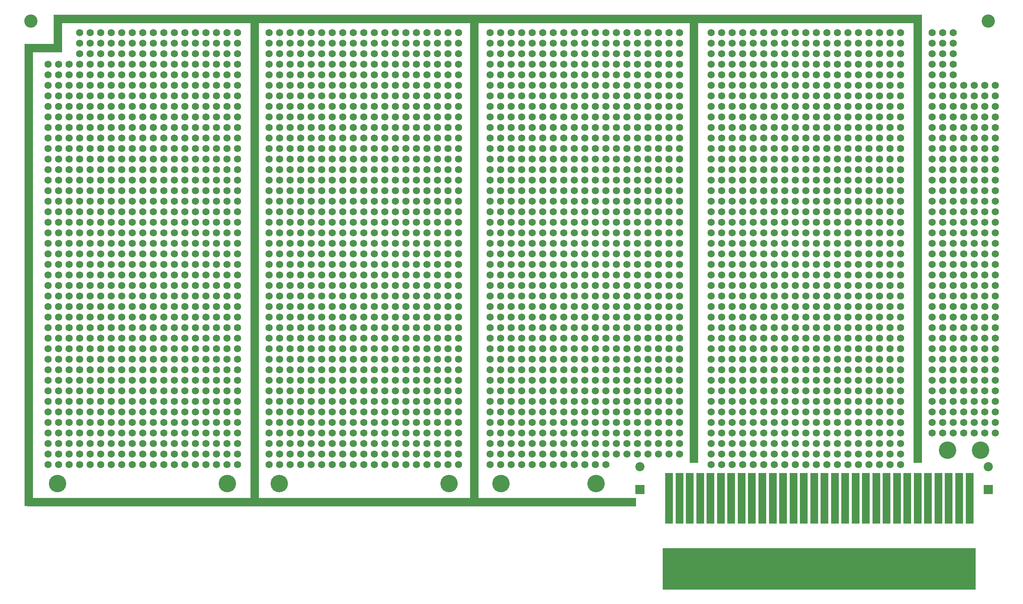
<source format=gbs>
G75*
%MOIN*%
%OFA0B0*%
%FSLAX25Y25*%
%IPPOS*%
%LPD*%
%AMOC8*
5,1,8,0,0,1.08239X$1,22.5*
%
%ADD10C,0.12611*%
%ADD11R,2.97244X0.39370*%
%ADD12R,0.07874X4.50787*%
%ADD13R,0.07874X4.38976*%
%ADD14R,0.35433X0.07874*%
%ADD15R,0.07874X0.35433*%
%ADD16R,0.07874X4.23228*%
%ADD17R,8.24803X0.07874*%
%ADD18R,5.78740X0.07874*%
%ADD19C,0.16548*%
%ADD20R,0.07493X0.48044*%
%ADD21R,0.08674X0.08674*%
%ADD22C,0.08674*%
%ADD23C,0.06800*%
D10*
X0021079Y0544370D03*
X0930528Y0544370D03*
D11*
X0770094Y0024291D03*
D12*
X0442339Y0317008D03*
X0233677Y0317008D03*
D13*
X0019110Y0303228D03*
D14*
X0032890Y0518780D03*
D15*
X0046669Y0532559D03*
D16*
X0651000Y0336693D03*
X0863598Y0336693D03*
D17*
X0455134Y0546339D03*
D18*
X0306512Y0087677D03*
D19*
X0046276Y0105394D03*
X0207693Y0105394D03*
X0256906Y0105394D03*
X0418323Y0105394D03*
X0467535Y0105394D03*
X0558087Y0105394D03*
X0891945Y0136890D03*
X0923441Y0136890D03*
D20*
X0912811Y0091220D03*
X0902969Y0091220D03*
X0893126Y0091220D03*
X0883283Y0091220D03*
X0873441Y0091220D03*
X0863598Y0091220D03*
X0853756Y0091220D03*
X0843913Y0091220D03*
X0834071Y0091220D03*
X0824228Y0091220D03*
X0814386Y0091220D03*
X0804543Y0091220D03*
X0794701Y0091220D03*
X0784858Y0091220D03*
X0775016Y0091220D03*
X0765173Y0091220D03*
X0755331Y0091220D03*
X0745488Y0091220D03*
X0735646Y0091220D03*
X0725803Y0091220D03*
X0715961Y0091220D03*
X0706118Y0091220D03*
X0696276Y0091220D03*
X0686433Y0091220D03*
X0676591Y0091220D03*
X0666748Y0091220D03*
X0656906Y0091220D03*
X0647063Y0091220D03*
X0637220Y0091220D03*
X0627378Y0091220D03*
D21*
X0599504Y0099488D03*
X0930528Y0099488D03*
D22*
X0930528Y0121142D03*
X0599504Y0121142D03*
D23*
X0597457Y0133228D03*
X0607457Y0133228D03*
X0617457Y0133228D03*
X0627457Y0133228D03*
X0637457Y0133228D03*
X0637457Y0143228D03*
X0627457Y0143228D03*
X0617457Y0143228D03*
X0607457Y0143228D03*
X0597457Y0143228D03*
X0587457Y0143228D03*
X0577457Y0143228D03*
X0567457Y0143228D03*
X0557457Y0143228D03*
X0547457Y0143228D03*
X0537457Y0143228D03*
X0527457Y0143228D03*
X0517457Y0143228D03*
X0507457Y0143228D03*
X0497457Y0143228D03*
X0487457Y0143228D03*
X0477457Y0143228D03*
X0467457Y0143228D03*
X0457457Y0143228D03*
X0457457Y0133228D03*
X0467457Y0133228D03*
X0477457Y0133228D03*
X0487457Y0133228D03*
X0497457Y0133228D03*
X0507457Y0133228D03*
X0517457Y0133228D03*
X0527457Y0133228D03*
X0537457Y0133228D03*
X0547457Y0133228D03*
X0557457Y0133228D03*
X0567457Y0133228D03*
X0577457Y0133228D03*
X0587457Y0133228D03*
X0567142Y0123228D03*
X0557299Y0123228D03*
X0547457Y0123228D03*
X0537457Y0123228D03*
X0527457Y0123228D03*
X0517457Y0123228D03*
X0507457Y0123228D03*
X0497457Y0123228D03*
X0487457Y0123228D03*
X0477457Y0123228D03*
X0467457Y0123228D03*
X0457457Y0123228D03*
X0427457Y0123228D03*
X0417457Y0123228D03*
X0407457Y0123228D03*
X0397457Y0123228D03*
X0387457Y0123228D03*
X0377457Y0123228D03*
X0367457Y0123228D03*
X0357457Y0123228D03*
X0347457Y0123228D03*
X0337457Y0123228D03*
X0327457Y0123228D03*
X0317457Y0123228D03*
X0307457Y0123228D03*
X0297457Y0123228D03*
X0287457Y0123228D03*
X0277457Y0123228D03*
X0267457Y0123228D03*
X0257457Y0123228D03*
X0247457Y0123228D03*
X0247457Y0133228D03*
X0257457Y0133228D03*
X0267457Y0133228D03*
X0277457Y0133228D03*
X0287457Y0133228D03*
X0297457Y0133228D03*
X0307457Y0133228D03*
X0317457Y0133228D03*
X0327457Y0133228D03*
X0337457Y0133228D03*
X0347457Y0133228D03*
X0357457Y0133228D03*
X0367457Y0133228D03*
X0377457Y0133228D03*
X0387457Y0133228D03*
X0397457Y0133228D03*
X0407457Y0133228D03*
X0417457Y0133228D03*
X0427457Y0133228D03*
X0427457Y0143228D03*
X0417457Y0143228D03*
X0407457Y0143228D03*
X0397457Y0143228D03*
X0387457Y0143228D03*
X0377457Y0143228D03*
X0367457Y0143228D03*
X0357457Y0143228D03*
X0347457Y0143228D03*
X0337457Y0143228D03*
X0327457Y0143228D03*
X0317457Y0143228D03*
X0307457Y0143228D03*
X0297457Y0143228D03*
X0287457Y0143228D03*
X0277457Y0143228D03*
X0267457Y0143228D03*
X0257457Y0143228D03*
X0247457Y0143228D03*
X0247457Y0153228D03*
X0257457Y0153228D03*
X0267457Y0153228D03*
X0277457Y0153228D03*
X0287457Y0153228D03*
X0297457Y0153228D03*
X0307457Y0153228D03*
X0317457Y0153228D03*
X0327457Y0153228D03*
X0337457Y0153228D03*
X0347457Y0153228D03*
X0357457Y0153228D03*
X0367457Y0153228D03*
X0377457Y0153228D03*
X0387457Y0153228D03*
X0397457Y0153228D03*
X0407457Y0153228D03*
X0417457Y0153228D03*
X0427457Y0153228D03*
X0427457Y0163228D03*
X0417457Y0163228D03*
X0407457Y0163228D03*
X0397457Y0163228D03*
X0387457Y0163228D03*
X0377457Y0163228D03*
X0367457Y0163228D03*
X0357457Y0163228D03*
X0347457Y0163228D03*
X0337457Y0163228D03*
X0327457Y0163228D03*
X0317457Y0163228D03*
X0307457Y0163228D03*
X0297457Y0163228D03*
X0287457Y0163228D03*
X0277457Y0163228D03*
X0267457Y0163228D03*
X0257457Y0163228D03*
X0247457Y0163228D03*
X0247457Y0173228D03*
X0257457Y0173228D03*
X0267457Y0173228D03*
X0277457Y0173228D03*
X0287457Y0173228D03*
X0297457Y0173228D03*
X0307457Y0173228D03*
X0317457Y0173228D03*
X0327457Y0173228D03*
X0337457Y0173228D03*
X0347457Y0173228D03*
X0357457Y0173228D03*
X0367457Y0173228D03*
X0377457Y0173228D03*
X0387457Y0173228D03*
X0397457Y0173228D03*
X0407457Y0173228D03*
X0417457Y0173228D03*
X0427457Y0173228D03*
X0427457Y0183228D03*
X0417457Y0183228D03*
X0407457Y0183228D03*
X0397457Y0183228D03*
X0387457Y0183228D03*
X0377457Y0183228D03*
X0367457Y0183228D03*
X0357457Y0183228D03*
X0347457Y0183228D03*
X0337457Y0183228D03*
X0327457Y0183228D03*
X0317457Y0183228D03*
X0307457Y0183228D03*
X0297457Y0183228D03*
X0287457Y0183228D03*
X0277457Y0183228D03*
X0267457Y0183228D03*
X0257457Y0183228D03*
X0247457Y0183228D03*
X0247457Y0193228D03*
X0257457Y0193228D03*
X0267457Y0193228D03*
X0277457Y0193228D03*
X0287457Y0193228D03*
X0297457Y0193228D03*
X0307457Y0193228D03*
X0317457Y0193228D03*
X0327457Y0193228D03*
X0337457Y0193228D03*
X0347457Y0193228D03*
X0357457Y0193228D03*
X0367457Y0193228D03*
X0377457Y0193228D03*
X0387457Y0193228D03*
X0397457Y0193228D03*
X0407457Y0193228D03*
X0417457Y0193228D03*
X0427457Y0193228D03*
X0427457Y0203228D03*
X0417457Y0203228D03*
X0407457Y0203228D03*
X0397457Y0203228D03*
X0387457Y0203228D03*
X0377457Y0203228D03*
X0367457Y0203228D03*
X0357457Y0203228D03*
X0347457Y0203228D03*
X0337457Y0203228D03*
X0327457Y0203228D03*
X0317457Y0203228D03*
X0307457Y0203228D03*
X0297457Y0203228D03*
X0287457Y0203228D03*
X0277457Y0203228D03*
X0267457Y0203228D03*
X0257457Y0203228D03*
X0247457Y0203228D03*
X0247457Y0213228D03*
X0257457Y0213228D03*
X0267457Y0213228D03*
X0277457Y0213228D03*
X0287457Y0213228D03*
X0297457Y0213228D03*
X0307457Y0213228D03*
X0317457Y0213228D03*
X0327457Y0213228D03*
X0337457Y0213228D03*
X0347457Y0213228D03*
X0357457Y0213228D03*
X0367457Y0213228D03*
X0377457Y0213228D03*
X0387457Y0213228D03*
X0397457Y0213228D03*
X0407457Y0213228D03*
X0417457Y0213228D03*
X0427457Y0213228D03*
X0427457Y0223228D03*
X0417457Y0223228D03*
X0407457Y0223228D03*
X0397457Y0223228D03*
X0387457Y0223228D03*
X0377457Y0223228D03*
X0367457Y0223228D03*
X0357457Y0223228D03*
X0347457Y0223228D03*
X0337457Y0223228D03*
X0327457Y0223228D03*
X0317457Y0223228D03*
X0307457Y0223228D03*
X0297457Y0223228D03*
X0287457Y0223228D03*
X0277457Y0223228D03*
X0267457Y0223228D03*
X0257457Y0223228D03*
X0247457Y0223228D03*
X0247457Y0233228D03*
X0257457Y0233228D03*
X0267457Y0233228D03*
X0277457Y0233228D03*
X0287457Y0233228D03*
X0297457Y0233228D03*
X0307457Y0233228D03*
X0317457Y0233228D03*
X0327457Y0233228D03*
X0337457Y0233228D03*
X0347457Y0233228D03*
X0357457Y0233228D03*
X0367457Y0233228D03*
X0377457Y0233228D03*
X0387457Y0233228D03*
X0397457Y0233228D03*
X0407457Y0233228D03*
X0417457Y0233228D03*
X0427457Y0233228D03*
X0427457Y0243228D03*
X0417457Y0243228D03*
X0407457Y0243228D03*
X0397457Y0243228D03*
X0387457Y0243228D03*
X0377457Y0243228D03*
X0367457Y0243228D03*
X0357457Y0243228D03*
X0347457Y0243228D03*
X0337457Y0243228D03*
X0327457Y0243228D03*
X0317457Y0243228D03*
X0307457Y0243228D03*
X0297457Y0243228D03*
X0287457Y0243228D03*
X0277457Y0243228D03*
X0267457Y0243228D03*
X0257457Y0243228D03*
X0247457Y0243228D03*
X0247457Y0253228D03*
X0257457Y0253228D03*
X0267457Y0253228D03*
X0277457Y0253228D03*
X0287457Y0253228D03*
X0297457Y0253228D03*
X0307457Y0253228D03*
X0317457Y0253228D03*
X0327457Y0253228D03*
X0337457Y0253228D03*
X0347457Y0253228D03*
X0357457Y0253228D03*
X0367457Y0253228D03*
X0377457Y0253228D03*
X0387457Y0253228D03*
X0397457Y0253228D03*
X0407457Y0253228D03*
X0417457Y0253228D03*
X0427457Y0253228D03*
X0427457Y0263228D03*
X0417457Y0263228D03*
X0407457Y0263228D03*
X0397457Y0263228D03*
X0387457Y0263228D03*
X0377457Y0263228D03*
X0367457Y0263228D03*
X0357457Y0263228D03*
X0347457Y0263228D03*
X0337457Y0263228D03*
X0327457Y0263228D03*
X0317457Y0263228D03*
X0307457Y0263228D03*
X0297457Y0263228D03*
X0287457Y0263228D03*
X0277457Y0263228D03*
X0267457Y0263228D03*
X0257457Y0263228D03*
X0247457Y0263228D03*
X0247457Y0273228D03*
X0257457Y0273228D03*
X0267457Y0273228D03*
X0277457Y0273228D03*
X0287457Y0273228D03*
X0297457Y0273228D03*
X0307457Y0273228D03*
X0317457Y0273228D03*
X0327457Y0273228D03*
X0337457Y0273228D03*
X0347457Y0273228D03*
X0357457Y0273228D03*
X0367457Y0273228D03*
X0377457Y0273228D03*
X0387457Y0273228D03*
X0397457Y0273228D03*
X0407457Y0273228D03*
X0417457Y0273228D03*
X0427457Y0273228D03*
X0427457Y0283228D03*
X0417457Y0283228D03*
X0407457Y0283228D03*
X0397457Y0283228D03*
X0387457Y0283228D03*
X0377457Y0283228D03*
X0367457Y0283228D03*
X0357457Y0283228D03*
X0347457Y0283228D03*
X0337457Y0283228D03*
X0327457Y0283228D03*
X0317457Y0283228D03*
X0307457Y0283228D03*
X0297457Y0283228D03*
X0287457Y0283228D03*
X0277457Y0283228D03*
X0267457Y0283228D03*
X0257457Y0283228D03*
X0247457Y0283228D03*
X0247457Y0293228D03*
X0257457Y0293228D03*
X0267457Y0293228D03*
X0277457Y0293228D03*
X0287457Y0293228D03*
X0297457Y0293228D03*
X0307457Y0293228D03*
X0317457Y0293228D03*
X0327457Y0293228D03*
X0337457Y0293228D03*
X0347457Y0293228D03*
X0357457Y0293228D03*
X0367457Y0293228D03*
X0377457Y0293228D03*
X0387457Y0293228D03*
X0397457Y0293228D03*
X0407457Y0293228D03*
X0417457Y0293228D03*
X0427457Y0293228D03*
X0427457Y0303228D03*
X0417457Y0303228D03*
X0407457Y0303228D03*
X0397457Y0303228D03*
X0387457Y0303228D03*
X0377457Y0303228D03*
X0367457Y0303228D03*
X0357457Y0303228D03*
X0347457Y0303228D03*
X0337457Y0303228D03*
X0327457Y0303228D03*
X0317457Y0303228D03*
X0307457Y0303228D03*
X0297457Y0303228D03*
X0287457Y0303228D03*
X0277457Y0303228D03*
X0267457Y0303228D03*
X0257457Y0303228D03*
X0247457Y0303228D03*
X0247457Y0313228D03*
X0257457Y0313228D03*
X0267457Y0313228D03*
X0277457Y0313228D03*
X0287457Y0313228D03*
X0297457Y0313228D03*
X0307457Y0313228D03*
X0317457Y0313228D03*
X0327457Y0313228D03*
X0337457Y0313228D03*
X0347457Y0313228D03*
X0357457Y0313228D03*
X0367457Y0313228D03*
X0377457Y0313228D03*
X0387457Y0313228D03*
X0397457Y0313228D03*
X0407457Y0313228D03*
X0417457Y0313228D03*
X0427457Y0313228D03*
X0427457Y0323228D03*
X0417457Y0323228D03*
X0407457Y0323228D03*
X0397457Y0323228D03*
X0387457Y0323228D03*
X0377457Y0323228D03*
X0367457Y0323228D03*
X0357457Y0323228D03*
X0347457Y0323228D03*
X0337457Y0323228D03*
X0327457Y0323228D03*
X0317457Y0323228D03*
X0307457Y0323228D03*
X0297457Y0323228D03*
X0287457Y0323228D03*
X0277457Y0323228D03*
X0267457Y0323228D03*
X0257457Y0323228D03*
X0247457Y0323228D03*
X0247457Y0333228D03*
X0257457Y0333228D03*
X0267457Y0333228D03*
X0277457Y0333228D03*
X0287457Y0333228D03*
X0297457Y0333228D03*
X0307457Y0333228D03*
X0317457Y0333228D03*
X0327457Y0333228D03*
X0337457Y0333228D03*
X0347457Y0333228D03*
X0357457Y0333228D03*
X0367457Y0333228D03*
X0377457Y0333228D03*
X0387457Y0333228D03*
X0397457Y0333228D03*
X0407457Y0333228D03*
X0417457Y0333228D03*
X0427457Y0333228D03*
X0427457Y0343228D03*
X0417457Y0343228D03*
X0407457Y0343228D03*
X0397457Y0343228D03*
X0387457Y0343228D03*
X0377457Y0343228D03*
X0367457Y0343228D03*
X0357457Y0343228D03*
X0347457Y0343228D03*
X0337457Y0343228D03*
X0327457Y0343228D03*
X0317457Y0343228D03*
X0307457Y0343228D03*
X0297457Y0343228D03*
X0287457Y0343228D03*
X0277457Y0343228D03*
X0267457Y0343228D03*
X0257457Y0343228D03*
X0247457Y0343228D03*
X0247457Y0353228D03*
X0257457Y0353228D03*
X0267457Y0353228D03*
X0277457Y0353228D03*
X0287457Y0353228D03*
X0297457Y0353228D03*
X0307457Y0353228D03*
X0317457Y0353228D03*
X0327457Y0353228D03*
X0337457Y0353228D03*
X0347457Y0353228D03*
X0357457Y0353228D03*
X0367457Y0353228D03*
X0377457Y0353228D03*
X0387457Y0353228D03*
X0397457Y0353228D03*
X0407457Y0353228D03*
X0417457Y0353228D03*
X0427457Y0353228D03*
X0427457Y0363228D03*
X0417457Y0363228D03*
X0407457Y0363228D03*
X0397457Y0363228D03*
X0387457Y0363228D03*
X0377457Y0363228D03*
X0367457Y0363228D03*
X0357457Y0363228D03*
X0347457Y0363228D03*
X0337457Y0363228D03*
X0327457Y0363228D03*
X0317457Y0363228D03*
X0307457Y0363228D03*
X0297457Y0363228D03*
X0287457Y0363228D03*
X0277457Y0363228D03*
X0267457Y0363228D03*
X0257457Y0363228D03*
X0247457Y0363228D03*
X0247457Y0373228D03*
X0257457Y0373228D03*
X0267457Y0373228D03*
X0277457Y0373228D03*
X0287457Y0373228D03*
X0297457Y0373228D03*
X0307457Y0373228D03*
X0317457Y0373228D03*
X0327457Y0373228D03*
X0337457Y0373228D03*
X0347457Y0373228D03*
X0357457Y0373228D03*
X0367457Y0373228D03*
X0377457Y0373228D03*
X0387457Y0373228D03*
X0397457Y0373228D03*
X0407457Y0373228D03*
X0417457Y0373228D03*
X0427457Y0373228D03*
X0427457Y0383228D03*
X0417457Y0383228D03*
X0407457Y0383228D03*
X0397457Y0383228D03*
X0387457Y0383228D03*
X0377457Y0383228D03*
X0367457Y0383228D03*
X0357457Y0383228D03*
X0347457Y0383228D03*
X0337457Y0383228D03*
X0327457Y0383228D03*
X0317457Y0383228D03*
X0307457Y0383228D03*
X0297457Y0383228D03*
X0287457Y0383228D03*
X0277457Y0383228D03*
X0267457Y0383228D03*
X0257457Y0383228D03*
X0247457Y0383228D03*
X0247457Y0393228D03*
X0257457Y0393228D03*
X0267457Y0393228D03*
X0277457Y0393228D03*
X0287457Y0393228D03*
X0297457Y0393228D03*
X0307457Y0393228D03*
X0317457Y0393228D03*
X0327457Y0393228D03*
X0337457Y0393228D03*
X0347457Y0393228D03*
X0357457Y0393228D03*
X0367457Y0393228D03*
X0377457Y0393228D03*
X0387457Y0393228D03*
X0397457Y0393228D03*
X0407457Y0393228D03*
X0417457Y0393228D03*
X0427457Y0393228D03*
X0427457Y0403228D03*
X0417457Y0403228D03*
X0407457Y0403228D03*
X0397457Y0403228D03*
X0387457Y0403228D03*
X0377457Y0403228D03*
X0367457Y0403228D03*
X0357457Y0403228D03*
X0347457Y0403228D03*
X0337457Y0403228D03*
X0327457Y0403228D03*
X0317457Y0403228D03*
X0307457Y0403228D03*
X0297457Y0403228D03*
X0287457Y0403228D03*
X0277457Y0403228D03*
X0267457Y0403228D03*
X0257457Y0403228D03*
X0247457Y0403228D03*
X0247457Y0413228D03*
X0257457Y0413228D03*
X0267457Y0413228D03*
X0277457Y0413228D03*
X0287457Y0413228D03*
X0297457Y0413228D03*
X0307457Y0413228D03*
X0317457Y0413228D03*
X0327457Y0413228D03*
X0337457Y0413228D03*
X0347457Y0413228D03*
X0357457Y0413228D03*
X0367457Y0413228D03*
X0377457Y0413228D03*
X0387457Y0413228D03*
X0397457Y0413228D03*
X0407457Y0413228D03*
X0417457Y0413228D03*
X0427457Y0413228D03*
X0427457Y0423228D03*
X0417457Y0423228D03*
X0407457Y0423228D03*
X0397457Y0423228D03*
X0387457Y0423228D03*
X0377457Y0423228D03*
X0367457Y0423228D03*
X0357457Y0423228D03*
X0347457Y0423228D03*
X0337457Y0423228D03*
X0327457Y0423228D03*
X0317457Y0423228D03*
X0307457Y0423228D03*
X0297457Y0423228D03*
X0287457Y0423228D03*
X0277457Y0423228D03*
X0267457Y0423228D03*
X0257457Y0423228D03*
X0247457Y0423228D03*
X0247457Y0433228D03*
X0257457Y0433228D03*
X0267457Y0433228D03*
X0277457Y0433228D03*
X0287457Y0433228D03*
X0297457Y0433228D03*
X0307457Y0433228D03*
X0317457Y0433228D03*
X0327457Y0433228D03*
X0337457Y0433228D03*
X0347457Y0433228D03*
X0357457Y0433228D03*
X0367457Y0433228D03*
X0377457Y0433228D03*
X0387457Y0433228D03*
X0397457Y0433228D03*
X0407457Y0433228D03*
X0417457Y0433228D03*
X0427457Y0433228D03*
X0427457Y0443228D03*
X0417457Y0443228D03*
X0407457Y0443228D03*
X0397457Y0443228D03*
X0387457Y0443228D03*
X0377457Y0443228D03*
X0367457Y0443228D03*
X0357457Y0443228D03*
X0347457Y0443228D03*
X0337457Y0443228D03*
X0327457Y0443228D03*
X0317457Y0443228D03*
X0307457Y0443228D03*
X0297457Y0443228D03*
X0287457Y0443228D03*
X0277457Y0443228D03*
X0267457Y0443228D03*
X0257457Y0443228D03*
X0247457Y0443228D03*
X0247457Y0453228D03*
X0257457Y0453228D03*
X0267457Y0453228D03*
X0277457Y0453228D03*
X0287457Y0453228D03*
X0297457Y0453228D03*
X0307457Y0453228D03*
X0317457Y0453228D03*
X0327457Y0453228D03*
X0337457Y0453228D03*
X0347457Y0453228D03*
X0357457Y0453228D03*
X0367457Y0453228D03*
X0377457Y0453228D03*
X0387457Y0453228D03*
X0397457Y0453228D03*
X0407457Y0453228D03*
X0417457Y0453228D03*
X0427457Y0453228D03*
X0427457Y0463228D03*
X0417457Y0463228D03*
X0407457Y0463228D03*
X0397457Y0463228D03*
X0387457Y0463228D03*
X0377457Y0463228D03*
X0367457Y0463228D03*
X0357457Y0463228D03*
X0347457Y0463228D03*
X0337457Y0463228D03*
X0327457Y0463228D03*
X0317457Y0463228D03*
X0307457Y0463228D03*
X0297457Y0463228D03*
X0287457Y0463228D03*
X0277457Y0463228D03*
X0267457Y0463228D03*
X0257457Y0463228D03*
X0247457Y0463228D03*
X0247457Y0473228D03*
X0257457Y0473228D03*
X0267457Y0473228D03*
X0277457Y0473228D03*
X0287457Y0473228D03*
X0297457Y0473228D03*
X0307457Y0473228D03*
X0317457Y0473228D03*
X0327457Y0473228D03*
X0337457Y0473228D03*
X0347457Y0473228D03*
X0357457Y0473228D03*
X0367457Y0473228D03*
X0377457Y0473228D03*
X0387457Y0473228D03*
X0397457Y0473228D03*
X0407457Y0473228D03*
X0417457Y0473228D03*
X0427457Y0473228D03*
X0427457Y0483228D03*
X0417457Y0483228D03*
X0407457Y0483228D03*
X0397457Y0483228D03*
X0387457Y0483228D03*
X0377457Y0483228D03*
X0367457Y0483228D03*
X0357457Y0483228D03*
X0347457Y0483228D03*
X0337457Y0483228D03*
X0327457Y0483228D03*
X0317457Y0483228D03*
X0307457Y0483228D03*
X0297457Y0483228D03*
X0287457Y0483228D03*
X0277457Y0483228D03*
X0267457Y0483228D03*
X0257457Y0483228D03*
X0247457Y0483228D03*
X0247457Y0493228D03*
X0257457Y0493228D03*
X0267457Y0493228D03*
X0277457Y0493228D03*
X0287457Y0493228D03*
X0297457Y0493228D03*
X0307457Y0493228D03*
X0317457Y0493228D03*
X0327457Y0493228D03*
X0337457Y0493228D03*
X0347457Y0493228D03*
X0357457Y0493228D03*
X0367457Y0493228D03*
X0377457Y0493228D03*
X0387457Y0493228D03*
X0397457Y0493228D03*
X0407457Y0493228D03*
X0417457Y0493228D03*
X0427457Y0493228D03*
X0427457Y0503228D03*
X0417457Y0503228D03*
X0407457Y0503228D03*
X0397457Y0503228D03*
X0387457Y0503228D03*
X0377457Y0503228D03*
X0367457Y0503228D03*
X0357457Y0503228D03*
X0347457Y0503228D03*
X0337457Y0503228D03*
X0327457Y0503228D03*
X0317457Y0503228D03*
X0307457Y0503228D03*
X0297457Y0503228D03*
X0287457Y0503228D03*
X0277457Y0503228D03*
X0267457Y0503228D03*
X0257457Y0503228D03*
X0247457Y0503228D03*
X0247457Y0513228D03*
X0257457Y0513228D03*
X0267457Y0513228D03*
X0277457Y0513228D03*
X0287457Y0513228D03*
X0297457Y0513228D03*
X0307457Y0513228D03*
X0317457Y0513228D03*
X0327457Y0513228D03*
X0337457Y0513228D03*
X0347457Y0513228D03*
X0357457Y0513228D03*
X0367457Y0513228D03*
X0377457Y0513228D03*
X0387457Y0513228D03*
X0397457Y0513228D03*
X0407457Y0513228D03*
X0417457Y0513228D03*
X0427457Y0513228D03*
X0427457Y0523228D03*
X0417457Y0523228D03*
X0407457Y0523228D03*
X0397457Y0523228D03*
X0387457Y0523228D03*
X0377457Y0523228D03*
X0367457Y0523228D03*
X0357457Y0523228D03*
X0347457Y0523228D03*
X0337457Y0523228D03*
X0327457Y0523228D03*
X0317457Y0523228D03*
X0307457Y0523228D03*
X0297457Y0523228D03*
X0287457Y0523228D03*
X0277457Y0523228D03*
X0267457Y0523228D03*
X0257457Y0523228D03*
X0247457Y0523228D03*
X0247457Y0533228D03*
X0257457Y0533228D03*
X0267457Y0533228D03*
X0277457Y0533228D03*
X0287457Y0533228D03*
X0297457Y0533228D03*
X0307457Y0533228D03*
X0317457Y0533228D03*
X0327457Y0533228D03*
X0337457Y0533228D03*
X0347457Y0533228D03*
X0357457Y0533228D03*
X0367457Y0533228D03*
X0377457Y0533228D03*
X0387457Y0533228D03*
X0397457Y0533228D03*
X0407457Y0533228D03*
X0417457Y0533228D03*
X0427457Y0533228D03*
X0457457Y0533228D03*
X0467457Y0533228D03*
X0477457Y0533228D03*
X0487457Y0533228D03*
X0497457Y0533228D03*
X0507457Y0533228D03*
X0517457Y0533228D03*
X0527457Y0533228D03*
X0537457Y0533228D03*
X0547457Y0533228D03*
X0557457Y0533228D03*
X0567457Y0533228D03*
X0577457Y0533228D03*
X0587457Y0533228D03*
X0597457Y0533228D03*
X0607457Y0533228D03*
X0617457Y0533228D03*
X0627457Y0533228D03*
X0637457Y0533228D03*
X0637457Y0523228D03*
X0627457Y0523228D03*
X0617457Y0523228D03*
X0607457Y0523228D03*
X0597457Y0523228D03*
X0587457Y0523228D03*
X0577457Y0523228D03*
X0567457Y0523228D03*
X0557457Y0523228D03*
X0547457Y0523228D03*
X0537457Y0523228D03*
X0527457Y0523228D03*
X0517457Y0523228D03*
X0507457Y0523228D03*
X0497457Y0523228D03*
X0487457Y0523228D03*
X0477457Y0523228D03*
X0467457Y0523228D03*
X0457457Y0523228D03*
X0457457Y0513228D03*
X0467457Y0513228D03*
X0477457Y0513228D03*
X0487457Y0513228D03*
X0497457Y0513228D03*
X0507457Y0513228D03*
X0517457Y0513228D03*
X0527457Y0513228D03*
X0537457Y0513228D03*
X0547457Y0513228D03*
X0557457Y0513228D03*
X0567457Y0513228D03*
X0577457Y0513228D03*
X0587457Y0513228D03*
X0597457Y0513228D03*
X0607457Y0513228D03*
X0617457Y0513228D03*
X0627457Y0513228D03*
X0637457Y0513228D03*
X0637457Y0503228D03*
X0637457Y0493228D03*
X0627457Y0493228D03*
X0617457Y0493228D03*
X0607457Y0493228D03*
X0597457Y0493228D03*
X0587457Y0493228D03*
X0577457Y0493228D03*
X0567457Y0493228D03*
X0557457Y0493228D03*
X0547457Y0493228D03*
X0537457Y0493228D03*
X0527457Y0493228D03*
X0517457Y0493228D03*
X0507457Y0493228D03*
X0497457Y0493228D03*
X0487457Y0493228D03*
X0477457Y0493228D03*
X0467457Y0493228D03*
X0457457Y0493228D03*
X0457457Y0503228D03*
X0467457Y0503228D03*
X0477457Y0503228D03*
X0487457Y0503228D03*
X0497457Y0503228D03*
X0507457Y0503228D03*
X0517457Y0503228D03*
X0527457Y0503228D03*
X0537457Y0503228D03*
X0547457Y0503228D03*
X0557457Y0503228D03*
X0567457Y0503228D03*
X0577457Y0503228D03*
X0587457Y0503228D03*
X0597457Y0503228D03*
X0607457Y0503228D03*
X0617457Y0503228D03*
X0627457Y0503228D03*
X0627457Y0483228D03*
X0637457Y0483228D03*
X0637457Y0473228D03*
X0627457Y0473228D03*
X0617457Y0473228D03*
X0607457Y0473228D03*
X0597457Y0473228D03*
X0587457Y0473228D03*
X0577457Y0473228D03*
X0567457Y0473228D03*
X0557457Y0473228D03*
X0547457Y0473228D03*
X0537457Y0473228D03*
X0527457Y0473228D03*
X0517457Y0473228D03*
X0507457Y0473228D03*
X0497457Y0473228D03*
X0487457Y0473228D03*
X0477457Y0473228D03*
X0467457Y0473228D03*
X0457457Y0473228D03*
X0457457Y0463228D03*
X0457457Y0453228D03*
X0467457Y0453228D03*
X0477457Y0453228D03*
X0487457Y0453228D03*
X0497457Y0453228D03*
X0507457Y0453228D03*
X0517457Y0453228D03*
X0527457Y0453228D03*
X0537457Y0453228D03*
X0547457Y0453228D03*
X0557457Y0453228D03*
X0567457Y0453228D03*
X0577457Y0453228D03*
X0587457Y0453228D03*
X0597457Y0453228D03*
X0607457Y0453228D03*
X0617457Y0453228D03*
X0627457Y0453228D03*
X0637457Y0453228D03*
X0637457Y0463228D03*
X0627457Y0463228D03*
X0617457Y0463228D03*
X0607457Y0463228D03*
X0597457Y0463228D03*
X0587457Y0463228D03*
X0577457Y0463228D03*
X0567457Y0463228D03*
X0557457Y0463228D03*
X0547457Y0463228D03*
X0537457Y0463228D03*
X0527457Y0463228D03*
X0517457Y0463228D03*
X0507457Y0463228D03*
X0497457Y0463228D03*
X0487457Y0463228D03*
X0477457Y0463228D03*
X0467457Y0463228D03*
X0467457Y0443228D03*
X0477457Y0443228D03*
X0487457Y0443228D03*
X0497457Y0443228D03*
X0507457Y0443228D03*
X0517457Y0443228D03*
X0527457Y0443228D03*
X0537457Y0443228D03*
X0547457Y0443228D03*
X0557457Y0443228D03*
X0567457Y0443228D03*
X0577457Y0443228D03*
X0587457Y0443228D03*
X0597457Y0443228D03*
X0607457Y0443228D03*
X0617457Y0443228D03*
X0627457Y0443228D03*
X0637457Y0443228D03*
X0637457Y0433228D03*
X0627457Y0433228D03*
X0617457Y0433228D03*
X0607457Y0433228D03*
X0597457Y0433228D03*
X0587457Y0433228D03*
X0577457Y0433228D03*
X0567457Y0433228D03*
X0557457Y0433228D03*
X0547457Y0433228D03*
X0537457Y0433228D03*
X0527457Y0433228D03*
X0517457Y0433228D03*
X0507457Y0433228D03*
X0497457Y0433228D03*
X0487457Y0433228D03*
X0477457Y0433228D03*
X0467457Y0433228D03*
X0457457Y0433228D03*
X0457457Y0423228D03*
X0457457Y0413228D03*
X0467457Y0413228D03*
X0477457Y0413228D03*
X0487457Y0413228D03*
X0497457Y0413228D03*
X0507457Y0413228D03*
X0517457Y0413228D03*
X0527457Y0413228D03*
X0537457Y0413228D03*
X0547457Y0413228D03*
X0557457Y0413228D03*
X0567457Y0413228D03*
X0577457Y0413228D03*
X0587457Y0413228D03*
X0597457Y0413228D03*
X0607457Y0413228D03*
X0617457Y0413228D03*
X0627457Y0413228D03*
X0637457Y0413228D03*
X0637457Y0423228D03*
X0627457Y0423228D03*
X0617457Y0423228D03*
X0607457Y0423228D03*
X0597457Y0423228D03*
X0587457Y0423228D03*
X0577457Y0423228D03*
X0567457Y0423228D03*
X0557457Y0423228D03*
X0547457Y0423228D03*
X0537457Y0423228D03*
X0527457Y0423228D03*
X0517457Y0423228D03*
X0507457Y0423228D03*
X0497457Y0423228D03*
X0487457Y0423228D03*
X0477457Y0423228D03*
X0467457Y0423228D03*
X0467457Y0403228D03*
X0477457Y0403228D03*
X0487457Y0403228D03*
X0497457Y0403228D03*
X0507457Y0403228D03*
X0517457Y0403228D03*
X0527457Y0403228D03*
X0537457Y0403228D03*
X0547457Y0403228D03*
X0557457Y0403228D03*
X0567457Y0403228D03*
X0577457Y0403228D03*
X0587457Y0403228D03*
X0597457Y0403228D03*
X0607457Y0403228D03*
X0617457Y0403228D03*
X0627457Y0403228D03*
X0637457Y0403228D03*
X0637457Y0393228D03*
X0627457Y0393228D03*
X0617457Y0393228D03*
X0607457Y0393228D03*
X0597457Y0393228D03*
X0587457Y0393228D03*
X0577457Y0393228D03*
X0567457Y0393228D03*
X0557457Y0393228D03*
X0547457Y0393228D03*
X0537457Y0393228D03*
X0527457Y0393228D03*
X0517457Y0393228D03*
X0507457Y0393228D03*
X0497457Y0393228D03*
X0487457Y0393228D03*
X0477457Y0393228D03*
X0467457Y0393228D03*
X0457457Y0393228D03*
X0457457Y0383228D03*
X0457457Y0373228D03*
X0467457Y0373228D03*
X0477457Y0373228D03*
X0487457Y0373228D03*
X0497457Y0373228D03*
X0507457Y0373228D03*
X0517457Y0373228D03*
X0527457Y0373228D03*
X0537457Y0373228D03*
X0547457Y0373228D03*
X0557457Y0373228D03*
X0567457Y0373228D03*
X0577457Y0373228D03*
X0587457Y0373228D03*
X0597457Y0373228D03*
X0607457Y0373228D03*
X0617457Y0373228D03*
X0627457Y0373228D03*
X0637457Y0373228D03*
X0637457Y0383228D03*
X0627457Y0383228D03*
X0617457Y0383228D03*
X0607457Y0383228D03*
X0597457Y0383228D03*
X0587457Y0383228D03*
X0577457Y0383228D03*
X0567457Y0383228D03*
X0557457Y0383228D03*
X0547457Y0383228D03*
X0537457Y0383228D03*
X0527457Y0383228D03*
X0517457Y0383228D03*
X0507457Y0383228D03*
X0497457Y0383228D03*
X0487457Y0383228D03*
X0477457Y0383228D03*
X0467457Y0383228D03*
X0467457Y0363228D03*
X0477457Y0363228D03*
X0487457Y0363228D03*
X0497457Y0363228D03*
X0507457Y0363228D03*
X0517457Y0363228D03*
X0527457Y0363228D03*
X0537457Y0363228D03*
X0547457Y0363228D03*
X0557457Y0363228D03*
X0567457Y0363228D03*
X0577457Y0363228D03*
X0587457Y0363228D03*
X0597457Y0363228D03*
X0607457Y0363228D03*
X0617457Y0363228D03*
X0627457Y0363228D03*
X0637457Y0363228D03*
X0637457Y0353228D03*
X0627457Y0353228D03*
X0617457Y0353228D03*
X0607457Y0353228D03*
X0597457Y0353228D03*
X0587457Y0353228D03*
X0577457Y0353228D03*
X0567457Y0353228D03*
X0557457Y0353228D03*
X0547457Y0353228D03*
X0537457Y0353228D03*
X0527457Y0353228D03*
X0517457Y0353228D03*
X0507457Y0353228D03*
X0497457Y0353228D03*
X0487457Y0353228D03*
X0477457Y0353228D03*
X0467457Y0353228D03*
X0457457Y0353228D03*
X0457457Y0343228D03*
X0467457Y0343228D03*
X0477457Y0343228D03*
X0487457Y0343228D03*
X0497457Y0343228D03*
X0507457Y0343228D03*
X0517457Y0343228D03*
X0527457Y0343228D03*
X0537457Y0343228D03*
X0547457Y0343228D03*
X0557457Y0343228D03*
X0567457Y0343228D03*
X0577457Y0343228D03*
X0587457Y0343228D03*
X0597457Y0343228D03*
X0607457Y0343228D03*
X0617457Y0343228D03*
X0627457Y0343228D03*
X0637457Y0343228D03*
X0637457Y0333228D03*
X0637457Y0323228D03*
X0627457Y0323228D03*
X0617457Y0323228D03*
X0607457Y0323228D03*
X0597457Y0323228D03*
X0587457Y0323228D03*
X0577457Y0323228D03*
X0567457Y0323228D03*
X0557457Y0323228D03*
X0547457Y0323228D03*
X0537457Y0323228D03*
X0527457Y0323228D03*
X0517457Y0323228D03*
X0507457Y0323228D03*
X0497457Y0323228D03*
X0487457Y0323228D03*
X0477457Y0323228D03*
X0467457Y0323228D03*
X0457457Y0323228D03*
X0457457Y0333228D03*
X0467457Y0333228D03*
X0477457Y0333228D03*
X0487457Y0333228D03*
X0497457Y0333228D03*
X0507457Y0333228D03*
X0517457Y0333228D03*
X0527457Y0333228D03*
X0537457Y0333228D03*
X0547457Y0333228D03*
X0557457Y0333228D03*
X0567457Y0333228D03*
X0577457Y0333228D03*
X0587457Y0333228D03*
X0597457Y0333228D03*
X0607457Y0333228D03*
X0617457Y0333228D03*
X0627457Y0333228D03*
X0627457Y0313228D03*
X0637457Y0313228D03*
X0637457Y0303228D03*
X0627457Y0303228D03*
X0617457Y0303228D03*
X0607457Y0303228D03*
X0597457Y0303228D03*
X0587457Y0303228D03*
X0577457Y0303228D03*
X0567457Y0303228D03*
X0557457Y0303228D03*
X0547457Y0303228D03*
X0537457Y0303228D03*
X0527457Y0303228D03*
X0517457Y0303228D03*
X0507457Y0303228D03*
X0497457Y0303228D03*
X0487457Y0303228D03*
X0477457Y0303228D03*
X0467457Y0303228D03*
X0457457Y0303228D03*
X0457457Y0293228D03*
X0457457Y0283228D03*
X0467457Y0283228D03*
X0477457Y0283228D03*
X0487457Y0283228D03*
X0497457Y0283228D03*
X0507457Y0283228D03*
X0517457Y0283228D03*
X0527457Y0283228D03*
X0537457Y0283228D03*
X0547457Y0283228D03*
X0557457Y0283228D03*
X0567457Y0283228D03*
X0577457Y0283228D03*
X0587457Y0283228D03*
X0597457Y0283228D03*
X0607457Y0283228D03*
X0617457Y0283228D03*
X0627457Y0283228D03*
X0637457Y0283228D03*
X0637457Y0293228D03*
X0627457Y0293228D03*
X0617457Y0293228D03*
X0607457Y0293228D03*
X0597457Y0293228D03*
X0587457Y0293228D03*
X0577457Y0293228D03*
X0567457Y0293228D03*
X0557457Y0293228D03*
X0547457Y0293228D03*
X0537457Y0293228D03*
X0527457Y0293228D03*
X0517457Y0293228D03*
X0507457Y0293228D03*
X0497457Y0293228D03*
X0487457Y0293228D03*
X0477457Y0293228D03*
X0467457Y0293228D03*
X0467457Y0273228D03*
X0477457Y0273228D03*
X0487457Y0273228D03*
X0497457Y0273228D03*
X0507457Y0273228D03*
X0517457Y0273228D03*
X0527457Y0273228D03*
X0537457Y0273228D03*
X0547457Y0273228D03*
X0557457Y0273228D03*
X0567457Y0273228D03*
X0577457Y0273228D03*
X0587457Y0273228D03*
X0597457Y0273228D03*
X0607457Y0273228D03*
X0617457Y0273228D03*
X0627457Y0273228D03*
X0637457Y0273228D03*
X0637457Y0263228D03*
X0627457Y0263228D03*
X0617457Y0263228D03*
X0607457Y0263228D03*
X0597457Y0263228D03*
X0587457Y0263228D03*
X0577457Y0263228D03*
X0567457Y0263228D03*
X0557457Y0263228D03*
X0547457Y0263228D03*
X0537457Y0263228D03*
X0527457Y0263228D03*
X0517457Y0263228D03*
X0507457Y0263228D03*
X0497457Y0263228D03*
X0487457Y0263228D03*
X0477457Y0263228D03*
X0467457Y0263228D03*
X0457457Y0263228D03*
X0457457Y0253228D03*
X0457457Y0243228D03*
X0467457Y0243228D03*
X0477457Y0243228D03*
X0487457Y0243228D03*
X0497457Y0243228D03*
X0507457Y0243228D03*
X0517457Y0243228D03*
X0527457Y0243228D03*
X0537457Y0243228D03*
X0547457Y0243228D03*
X0557457Y0243228D03*
X0567457Y0243228D03*
X0577457Y0243228D03*
X0587457Y0243228D03*
X0597457Y0243228D03*
X0607457Y0243228D03*
X0617457Y0243228D03*
X0627457Y0243228D03*
X0637457Y0243228D03*
X0637457Y0253228D03*
X0627457Y0253228D03*
X0617457Y0253228D03*
X0607457Y0253228D03*
X0597457Y0253228D03*
X0587457Y0253228D03*
X0577457Y0253228D03*
X0567457Y0253228D03*
X0557457Y0253228D03*
X0547457Y0253228D03*
X0537457Y0253228D03*
X0527457Y0253228D03*
X0517457Y0253228D03*
X0507457Y0253228D03*
X0497457Y0253228D03*
X0487457Y0253228D03*
X0477457Y0253228D03*
X0467457Y0253228D03*
X0467457Y0233228D03*
X0477457Y0233228D03*
X0487457Y0233228D03*
X0497457Y0233228D03*
X0507457Y0233228D03*
X0517457Y0233228D03*
X0527457Y0233228D03*
X0537457Y0233228D03*
X0547457Y0233228D03*
X0557457Y0233228D03*
X0567457Y0233228D03*
X0577457Y0233228D03*
X0587457Y0233228D03*
X0597457Y0233228D03*
X0607457Y0233228D03*
X0617457Y0233228D03*
X0627457Y0233228D03*
X0637457Y0233228D03*
X0637457Y0223228D03*
X0627457Y0223228D03*
X0617457Y0223228D03*
X0607457Y0223228D03*
X0597457Y0223228D03*
X0587457Y0223228D03*
X0577457Y0223228D03*
X0567457Y0223228D03*
X0557457Y0223228D03*
X0547457Y0223228D03*
X0537457Y0223228D03*
X0527457Y0223228D03*
X0517457Y0223228D03*
X0507457Y0223228D03*
X0497457Y0223228D03*
X0487457Y0223228D03*
X0477457Y0223228D03*
X0467457Y0223228D03*
X0457457Y0223228D03*
X0457457Y0213228D03*
X0467457Y0213228D03*
X0477457Y0213228D03*
X0487457Y0213228D03*
X0497457Y0213228D03*
X0507457Y0213228D03*
X0517457Y0213228D03*
X0527457Y0213228D03*
X0537457Y0213228D03*
X0547457Y0213228D03*
X0557457Y0213228D03*
X0567457Y0213228D03*
X0577457Y0213228D03*
X0587457Y0213228D03*
X0597457Y0213228D03*
X0607457Y0213228D03*
X0617457Y0213228D03*
X0627457Y0213228D03*
X0637457Y0213228D03*
X0637457Y0203228D03*
X0637457Y0193228D03*
X0627457Y0193228D03*
X0617457Y0193228D03*
X0607457Y0193228D03*
X0597457Y0193228D03*
X0587457Y0193228D03*
X0577457Y0193228D03*
X0567457Y0193228D03*
X0557457Y0193228D03*
X0547457Y0193228D03*
X0537457Y0193228D03*
X0527457Y0193228D03*
X0517457Y0193228D03*
X0507457Y0193228D03*
X0497457Y0193228D03*
X0487457Y0193228D03*
X0477457Y0193228D03*
X0467457Y0193228D03*
X0457457Y0193228D03*
X0457457Y0203228D03*
X0467457Y0203228D03*
X0477457Y0203228D03*
X0487457Y0203228D03*
X0497457Y0203228D03*
X0507457Y0203228D03*
X0517457Y0203228D03*
X0527457Y0203228D03*
X0537457Y0203228D03*
X0547457Y0203228D03*
X0557457Y0203228D03*
X0567457Y0203228D03*
X0577457Y0203228D03*
X0587457Y0203228D03*
X0597457Y0203228D03*
X0607457Y0203228D03*
X0617457Y0203228D03*
X0627457Y0203228D03*
X0627457Y0183228D03*
X0637457Y0183228D03*
X0637457Y0173228D03*
X0627457Y0173228D03*
X0617457Y0173228D03*
X0607457Y0173228D03*
X0597457Y0173228D03*
X0587457Y0173228D03*
X0577457Y0173228D03*
X0567457Y0173228D03*
X0557457Y0173228D03*
X0547457Y0173228D03*
X0537457Y0173228D03*
X0527457Y0173228D03*
X0517457Y0173228D03*
X0507457Y0173228D03*
X0497457Y0173228D03*
X0487457Y0173228D03*
X0477457Y0173228D03*
X0467457Y0173228D03*
X0457457Y0173228D03*
X0457457Y0163228D03*
X0457457Y0153228D03*
X0467457Y0153228D03*
X0477457Y0153228D03*
X0487457Y0153228D03*
X0497457Y0153228D03*
X0507457Y0153228D03*
X0517457Y0153228D03*
X0527457Y0153228D03*
X0537457Y0153228D03*
X0547457Y0153228D03*
X0557457Y0153228D03*
X0567457Y0153228D03*
X0577457Y0153228D03*
X0587457Y0153228D03*
X0597457Y0153228D03*
X0607457Y0153228D03*
X0617457Y0153228D03*
X0627457Y0153228D03*
X0637457Y0153228D03*
X0637457Y0163228D03*
X0627457Y0163228D03*
X0617457Y0163228D03*
X0607457Y0163228D03*
X0597457Y0163228D03*
X0587457Y0163228D03*
X0577457Y0163228D03*
X0567457Y0163228D03*
X0557457Y0163228D03*
X0547457Y0163228D03*
X0537457Y0163228D03*
X0527457Y0163228D03*
X0517457Y0163228D03*
X0507457Y0163228D03*
X0497457Y0163228D03*
X0487457Y0163228D03*
X0477457Y0163228D03*
X0467457Y0163228D03*
X0467457Y0183228D03*
X0477457Y0183228D03*
X0487457Y0183228D03*
X0497457Y0183228D03*
X0507457Y0183228D03*
X0517457Y0183228D03*
X0527457Y0183228D03*
X0537457Y0183228D03*
X0547457Y0183228D03*
X0557457Y0183228D03*
X0567457Y0183228D03*
X0577457Y0183228D03*
X0587457Y0183228D03*
X0597457Y0183228D03*
X0607457Y0183228D03*
X0617457Y0183228D03*
X0667457Y0183228D03*
X0677457Y0183228D03*
X0687457Y0183228D03*
X0697457Y0183228D03*
X0707457Y0183228D03*
X0717457Y0183228D03*
X0727457Y0183228D03*
X0737457Y0183228D03*
X0747457Y0183228D03*
X0757457Y0183228D03*
X0767457Y0183228D03*
X0777457Y0183228D03*
X0787457Y0183228D03*
X0797457Y0183228D03*
X0807457Y0183228D03*
X0817457Y0183228D03*
X0827457Y0183228D03*
X0827457Y0173228D03*
X0817457Y0173228D03*
X0807457Y0173228D03*
X0797457Y0173228D03*
X0787457Y0173228D03*
X0777457Y0173228D03*
X0767457Y0173228D03*
X0757457Y0173228D03*
X0747457Y0173228D03*
X0737457Y0173228D03*
X0727457Y0173228D03*
X0717457Y0173228D03*
X0707457Y0173228D03*
X0697457Y0173228D03*
X0687457Y0173228D03*
X0677457Y0173228D03*
X0667457Y0173228D03*
X0667457Y0163228D03*
X0667457Y0153228D03*
X0677457Y0153228D03*
X0687457Y0153228D03*
X0697457Y0153228D03*
X0707457Y0153228D03*
X0717457Y0153228D03*
X0727457Y0153228D03*
X0737457Y0153228D03*
X0747457Y0153228D03*
X0757457Y0153228D03*
X0767457Y0153228D03*
X0777457Y0153228D03*
X0787457Y0153228D03*
X0797457Y0153228D03*
X0807457Y0153228D03*
X0817457Y0153228D03*
X0827457Y0153228D03*
X0827457Y0163228D03*
X0817457Y0163228D03*
X0807457Y0163228D03*
X0797457Y0163228D03*
X0787457Y0163228D03*
X0777457Y0163228D03*
X0767457Y0163228D03*
X0757457Y0163228D03*
X0747457Y0163228D03*
X0737457Y0163228D03*
X0727457Y0163228D03*
X0717457Y0163228D03*
X0707457Y0163228D03*
X0697457Y0163228D03*
X0687457Y0163228D03*
X0677457Y0163228D03*
X0677457Y0143228D03*
X0687457Y0143228D03*
X0697457Y0143228D03*
X0707457Y0143228D03*
X0717457Y0143228D03*
X0727457Y0143228D03*
X0737457Y0143228D03*
X0747457Y0143228D03*
X0757457Y0143228D03*
X0767457Y0143228D03*
X0777457Y0143228D03*
X0787457Y0143228D03*
X0797457Y0143228D03*
X0807457Y0143228D03*
X0817457Y0143228D03*
X0827457Y0143228D03*
X0827457Y0133228D03*
X0817457Y0133228D03*
X0807457Y0133228D03*
X0797457Y0133228D03*
X0787457Y0133228D03*
X0777457Y0133228D03*
X0767457Y0133228D03*
X0757457Y0133228D03*
X0747457Y0133228D03*
X0737457Y0133228D03*
X0727457Y0133228D03*
X0717457Y0133228D03*
X0707457Y0133228D03*
X0697457Y0133228D03*
X0687457Y0133228D03*
X0677457Y0133228D03*
X0667457Y0133228D03*
X0667457Y0123386D03*
X0677457Y0123386D03*
X0687457Y0123386D03*
X0697457Y0123386D03*
X0707457Y0123386D03*
X0717457Y0123386D03*
X0727457Y0123386D03*
X0737457Y0123386D03*
X0747457Y0123386D03*
X0757457Y0123386D03*
X0767457Y0123386D03*
X0777457Y0123386D03*
X0787457Y0123386D03*
X0797457Y0123386D03*
X0807457Y0123386D03*
X0817457Y0123386D03*
X0827457Y0123386D03*
X0837457Y0123386D03*
X0847457Y0123386D03*
X0847457Y0133228D03*
X0837457Y0133228D03*
X0837457Y0143228D03*
X0847457Y0143228D03*
X0847457Y0153228D03*
X0837457Y0153228D03*
X0837457Y0163228D03*
X0847457Y0163228D03*
X0847457Y0173228D03*
X0837457Y0173228D03*
X0837457Y0183228D03*
X0847457Y0183228D03*
X0847457Y0193228D03*
X0837457Y0193228D03*
X0837457Y0203228D03*
X0847457Y0203228D03*
X0847457Y0213228D03*
X0837457Y0213228D03*
X0827457Y0213228D03*
X0817457Y0213228D03*
X0807457Y0213228D03*
X0797457Y0213228D03*
X0787457Y0213228D03*
X0777457Y0213228D03*
X0767457Y0213228D03*
X0757457Y0213228D03*
X0747457Y0213228D03*
X0737457Y0213228D03*
X0727457Y0213228D03*
X0717457Y0213228D03*
X0707457Y0213228D03*
X0697457Y0213228D03*
X0687457Y0213228D03*
X0677457Y0213228D03*
X0667457Y0213228D03*
X0667457Y0203228D03*
X0667457Y0193228D03*
X0677457Y0193228D03*
X0687457Y0193228D03*
X0697457Y0193228D03*
X0707457Y0193228D03*
X0717457Y0193228D03*
X0727457Y0193228D03*
X0737457Y0193228D03*
X0747457Y0193228D03*
X0757457Y0193228D03*
X0767457Y0193228D03*
X0777457Y0193228D03*
X0787457Y0193228D03*
X0797457Y0193228D03*
X0807457Y0193228D03*
X0817457Y0193228D03*
X0827457Y0193228D03*
X0827457Y0203228D03*
X0817457Y0203228D03*
X0807457Y0203228D03*
X0797457Y0203228D03*
X0787457Y0203228D03*
X0777457Y0203228D03*
X0767457Y0203228D03*
X0757457Y0203228D03*
X0747457Y0203228D03*
X0737457Y0203228D03*
X0727457Y0203228D03*
X0717457Y0203228D03*
X0707457Y0203228D03*
X0697457Y0203228D03*
X0687457Y0203228D03*
X0677457Y0203228D03*
X0677457Y0223228D03*
X0687457Y0223228D03*
X0697457Y0223228D03*
X0707457Y0223228D03*
X0717457Y0223228D03*
X0727457Y0223228D03*
X0737457Y0223228D03*
X0747457Y0223228D03*
X0757457Y0223228D03*
X0767457Y0223228D03*
X0777457Y0223228D03*
X0787457Y0223228D03*
X0797457Y0223228D03*
X0807457Y0223228D03*
X0817457Y0223228D03*
X0827457Y0223228D03*
X0837457Y0223228D03*
X0847457Y0223228D03*
X0847457Y0233228D03*
X0837457Y0233228D03*
X0827457Y0233228D03*
X0817457Y0233228D03*
X0807457Y0233228D03*
X0797457Y0233228D03*
X0787457Y0233228D03*
X0777457Y0233228D03*
X0767457Y0233228D03*
X0757457Y0233228D03*
X0747457Y0233228D03*
X0737457Y0233228D03*
X0727457Y0233228D03*
X0717457Y0233228D03*
X0707457Y0233228D03*
X0697457Y0233228D03*
X0687457Y0233228D03*
X0677457Y0233228D03*
X0667457Y0233228D03*
X0667457Y0223228D03*
X0667457Y0243228D03*
X0677457Y0243228D03*
X0687457Y0243228D03*
X0697457Y0243228D03*
X0707457Y0243228D03*
X0717457Y0243228D03*
X0727457Y0243228D03*
X0737457Y0243228D03*
X0747457Y0243228D03*
X0757457Y0243228D03*
X0767457Y0243228D03*
X0777457Y0243228D03*
X0787457Y0243228D03*
X0797457Y0243228D03*
X0807457Y0243228D03*
X0817457Y0243228D03*
X0827457Y0243228D03*
X0827457Y0253228D03*
X0817457Y0253228D03*
X0807457Y0253228D03*
X0797457Y0253228D03*
X0787457Y0253228D03*
X0777457Y0253228D03*
X0767457Y0253228D03*
X0757457Y0253228D03*
X0747457Y0253228D03*
X0737457Y0253228D03*
X0727457Y0253228D03*
X0717457Y0253228D03*
X0707457Y0253228D03*
X0697457Y0253228D03*
X0687457Y0253228D03*
X0677457Y0253228D03*
X0667457Y0253228D03*
X0667457Y0263228D03*
X0677457Y0263228D03*
X0687457Y0263228D03*
X0697457Y0263228D03*
X0707457Y0263228D03*
X0717457Y0263228D03*
X0727457Y0263228D03*
X0737457Y0263228D03*
X0747457Y0263228D03*
X0757457Y0263228D03*
X0767457Y0263228D03*
X0777457Y0263228D03*
X0787457Y0263228D03*
X0797457Y0263228D03*
X0807457Y0263228D03*
X0817457Y0263228D03*
X0827457Y0263228D03*
X0837457Y0263228D03*
X0847457Y0263228D03*
X0847457Y0253228D03*
X0847457Y0243228D03*
X0837457Y0243228D03*
X0837457Y0253228D03*
X0837457Y0273228D03*
X0847457Y0273228D03*
X0847457Y0283228D03*
X0837457Y0283228D03*
X0837457Y0293228D03*
X0847457Y0293228D03*
X0847457Y0303228D03*
X0837457Y0303228D03*
X0827457Y0303228D03*
X0817457Y0303228D03*
X0807457Y0303228D03*
X0797457Y0303228D03*
X0787457Y0303228D03*
X0777457Y0303228D03*
X0767457Y0303228D03*
X0757457Y0303228D03*
X0747457Y0303228D03*
X0737457Y0303228D03*
X0727457Y0303228D03*
X0717457Y0303228D03*
X0707457Y0303228D03*
X0697457Y0303228D03*
X0687457Y0303228D03*
X0677457Y0303228D03*
X0667457Y0303228D03*
X0667457Y0293228D03*
X0667457Y0283228D03*
X0677457Y0283228D03*
X0687457Y0283228D03*
X0697457Y0283228D03*
X0707457Y0283228D03*
X0717457Y0283228D03*
X0727457Y0283228D03*
X0737457Y0283228D03*
X0747457Y0283228D03*
X0757457Y0283228D03*
X0767457Y0283228D03*
X0777457Y0283228D03*
X0787457Y0283228D03*
X0797457Y0283228D03*
X0807457Y0283228D03*
X0817457Y0283228D03*
X0827457Y0283228D03*
X0827457Y0293228D03*
X0817457Y0293228D03*
X0807457Y0293228D03*
X0797457Y0293228D03*
X0787457Y0293228D03*
X0777457Y0293228D03*
X0767457Y0293228D03*
X0757457Y0293228D03*
X0747457Y0293228D03*
X0737457Y0293228D03*
X0727457Y0293228D03*
X0717457Y0293228D03*
X0707457Y0293228D03*
X0697457Y0293228D03*
X0687457Y0293228D03*
X0677457Y0293228D03*
X0677457Y0273228D03*
X0687457Y0273228D03*
X0697457Y0273228D03*
X0707457Y0273228D03*
X0717457Y0273228D03*
X0727457Y0273228D03*
X0737457Y0273228D03*
X0747457Y0273228D03*
X0757457Y0273228D03*
X0767457Y0273228D03*
X0777457Y0273228D03*
X0787457Y0273228D03*
X0797457Y0273228D03*
X0807457Y0273228D03*
X0817457Y0273228D03*
X0827457Y0273228D03*
X0877457Y0273228D03*
X0887457Y0273228D03*
X0897457Y0273228D03*
X0907457Y0273228D03*
X0917457Y0273228D03*
X0927142Y0273228D03*
X0937142Y0273228D03*
X0937142Y0263228D03*
X0927142Y0263228D03*
X0917457Y0263228D03*
X0907457Y0263228D03*
X0897457Y0263228D03*
X0887457Y0263228D03*
X0877457Y0263228D03*
X0877457Y0253228D03*
X0877457Y0243228D03*
X0887457Y0243228D03*
X0897457Y0243228D03*
X0907457Y0243228D03*
X0917457Y0243228D03*
X0927142Y0243228D03*
X0937142Y0243228D03*
X0937142Y0253228D03*
X0927142Y0253228D03*
X0917457Y0253228D03*
X0907457Y0253228D03*
X0897457Y0253228D03*
X0887457Y0253228D03*
X0887457Y0233228D03*
X0897457Y0233228D03*
X0907457Y0233228D03*
X0917457Y0233228D03*
X0927142Y0233228D03*
X0937142Y0233228D03*
X0937142Y0223228D03*
X0927142Y0223228D03*
X0917457Y0223228D03*
X0907457Y0223228D03*
X0897457Y0223228D03*
X0887457Y0223228D03*
X0877457Y0223228D03*
X0877457Y0213228D03*
X0887457Y0213228D03*
X0897457Y0213228D03*
X0907457Y0213228D03*
X0917457Y0213228D03*
X0927142Y0213228D03*
X0937142Y0213228D03*
X0937142Y0203228D03*
X0937142Y0193228D03*
X0927142Y0193228D03*
X0917457Y0193228D03*
X0907457Y0193228D03*
X0897457Y0193228D03*
X0887457Y0193228D03*
X0877457Y0193228D03*
X0877457Y0203228D03*
X0887457Y0203228D03*
X0897457Y0203228D03*
X0907457Y0203228D03*
X0917457Y0203228D03*
X0927142Y0203228D03*
X0927142Y0183228D03*
X0917457Y0183228D03*
X0907457Y0183228D03*
X0897457Y0183228D03*
X0887457Y0183228D03*
X0877457Y0183228D03*
X0877457Y0173228D03*
X0887457Y0173228D03*
X0897457Y0173228D03*
X0907457Y0173228D03*
X0917457Y0173228D03*
X0927142Y0173228D03*
X0937142Y0173228D03*
X0937142Y0163228D03*
X0937142Y0153228D03*
X0927142Y0153228D03*
X0917457Y0153228D03*
X0907457Y0153228D03*
X0897457Y0153228D03*
X0887457Y0153228D03*
X0877457Y0153228D03*
X0877457Y0163228D03*
X0887457Y0163228D03*
X0897457Y0163228D03*
X0907457Y0163228D03*
X0917457Y0163228D03*
X0927142Y0163228D03*
X0937142Y0183228D03*
X0877457Y0233228D03*
X0877457Y0283228D03*
X0887457Y0283228D03*
X0897457Y0283228D03*
X0907457Y0283228D03*
X0917457Y0283228D03*
X0927142Y0283228D03*
X0937142Y0283228D03*
X0937142Y0293228D03*
X0927142Y0293228D03*
X0917457Y0293228D03*
X0907457Y0293228D03*
X0897457Y0293228D03*
X0887457Y0293228D03*
X0877457Y0293228D03*
X0877457Y0303228D03*
X0887457Y0303228D03*
X0897457Y0303228D03*
X0907457Y0303228D03*
X0917457Y0303228D03*
X0927142Y0303228D03*
X0937142Y0303228D03*
X0937142Y0313228D03*
X0927142Y0313228D03*
X0917457Y0313228D03*
X0907457Y0313228D03*
X0897457Y0313228D03*
X0887457Y0313228D03*
X0877457Y0313228D03*
X0877457Y0323228D03*
X0887457Y0323228D03*
X0897457Y0323228D03*
X0907457Y0323228D03*
X0917457Y0323228D03*
X0927142Y0323228D03*
X0937142Y0323228D03*
X0937142Y0333228D03*
X0927142Y0333228D03*
X0917457Y0333228D03*
X0907457Y0333228D03*
X0897457Y0333228D03*
X0887457Y0333228D03*
X0877457Y0333228D03*
X0877457Y0343228D03*
X0887457Y0343228D03*
X0897457Y0343228D03*
X0907457Y0343228D03*
X0917457Y0343228D03*
X0927142Y0343228D03*
X0937142Y0343228D03*
X0937142Y0353228D03*
X0927142Y0353228D03*
X0917457Y0353228D03*
X0907457Y0353228D03*
X0897457Y0353228D03*
X0887457Y0353228D03*
X0877457Y0353228D03*
X0877457Y0363228D03*
X0887457Y0363228D03*
X0897457Y0363228D03*
X0907457Y0363228D03*
X0917457Y0363228D03*
X0927142Y0363228D03*
X0937142Y0363228D03*
X0937142Y0373228D03*
X0927142Y0373228D03*
X0917457Y0373228D03*
X0907457Y0373228D03*
X0897457Y0373228D03*
X0887457Y0373228D03*
X0877457Y0373228D03*
X0877457Y0383228D03*
X0887457Y0383228D03*
X0897457Y0383228D03*
X0907457Y0383228D03*
X0917457Y0383228D03*
X0927142Y0383228D03*
X0937142Y0383228D03*
X0937142Y0393228D03*
X0927142Y0393228D03*
X0917457Y0393228D03*
X0907457Y0393228D03*
X0897457Y0393228D03*
X0887457Y0393228D03*
X0877457Y0393228D03*
X0877457Y0403228D03*
X0887457Y0403228D03*
X0897457Y0403228D03*
X0907457Y0403228D03*
X0917457Y0403228D03*
X0927142Y0403228D03*
X0937142Y0403228D03*
X0937142Y0413228D03*
X0927142Y0413228D03*
X0917457Y0413228D03*
X0907457Y0413228D03*
X0897457Y0413228D03*
X0887457Y0413228D03*
X0877457Y0413228D03*
X0877457Y0423228D03*
X0887457Y0423228D03*
X0897457Y0423228D03*
X0907457Y0423228D03*
X0917457Y0423228D03*
X0927142Y0423228D03*
X0937142Y0423228D03*
X0937142Y0433228D03*
X0927142Y0433228D03*
X0917457Y0433228D03*
X0907457Y0433228D03*
X0897457Y0433228D03*
X0887457Y0433228D03*
X0877457Y0433228D03*
X0877457Y0443228D03*
X0887457Y0443228D03*
X0897457Y0443228D03*
X0907457Y0443228D03*
X0917457Y0443228D03*
X0927142Y0443228D03*
X0937142Y0443228D03*
X0937142Y0453228D03*
X0927142Y0453228D03*
X0917457Y0453228D03*
X0907457Y0453228D03*
X0897457Y0453228D03*
X0887457Y0453228D03*
X0877457Y0453228D03*
X0877457Y0463228D03*
X0887457Y0463228D03*
X0897457Y0463228D03*
X0907457Y0463228D03*
X0917457Y0463228D03*
X0927142Y0463228D03*
X0937142Y0463228D03*
X0937142Y0473228D03*
X0927142Y0473228D03*
X0917457Y0473228D03*
X0907457Y0473228D03*
X0897457Y0473228D03*
X0887457Y0473228D03*
X0877457Y0473228D03*
X0877457Y0483228D03*
X0887457Y0483228D03*
X0897457Y0483228D03*
X0907457Y0483228D03*
X0917457Y0483228D03*
X0927142Y0483228D03*
X0937142Y0483228D03*
X0897457Y0493228D03*
X0887457Y0493228D03*
X0877457Y0493228D03*
X0877457Y0503228D03*
X0887457Y0503228D03*
X0897457Y0503228D03*
X0897142Y0513228D03*
X0887457Y0513228D03*
X0877457Y0513228D03*
X0877457Y0523228D03*
X0887457Y0523228D03*
X0897142Y0523228D03*
X0897142Y0533228D03*
X0887457Y0533228D03*
X0877457Y0533228D03*
X0847457Y0533228D03*
X0837457Y0533228D03*
X0837457Y0523228D03*
X0847457Y0523228D03*
X0847457Y0513228D03*
X0837457Y0513228D03*
X0837457Y0503228D03*
X0837457Y0493228D03*
X0847457Y0493228D03*
X0847457Y0503228D03*
X0847457Y0483228D03*
X0837457Y0483228D03*
X0837457Y0473228D03*
X0847457Y0473228D03*
X0847457Y0463228D03*
X0847457Y0453228D03*
X0837457Y0453228D03*
X0837457Y0463228D03*
X0827457Y0463228D03*
X0827457Y0453228D03*
X0817457Y0453228D03*
X0807457Y0453228D03*
X0797457Y0453228D03*
X0787457Y0453228D03*
X0777457Y0453228D03*
X0767457Y0453228D03*
X0757457Y0453228D03*
X0747457Y0453228D03*
X0737457Y0453228D03*
X0727457Y0453228D03*
X0717457Y0453228D03*
X0707457Y0453228D03*
X0697457Y0453228D03*
X0687457Y0453228D03*
X0677457Y0453228D03*
X0667457Y0453228D03*
X0667457Y0463228D03*
X0677457Y0463228D03*
X0687457Y0463228D03*
X0697457Y0463228D03*
X0707457Y0463228D03*
X0717457Y0463228D03*
X0727457Y0463228D03*
X0737457Y0463228D03*
X0747457Y0463228D03*
X0757457Y0463228D03*
X0767457Y0463228D03*
X0777457Y0463228D03*
X0787457Y0463228D03*
X0797457Y0463228D03*
X0807457Y0463228D03*
X0817457Y0463228D03*
X0817457Y0473228D03*
X0827457Y0473228D03*
X0827457Y0483228D03*
X0817457Y0483228D03*
X0807457Y0483228D03*
X0797457Y0483228D03*
X0787457Y0483228D03*
X0777457Y0483228D03*
X0767457Y0483228D03*
X0757457Y0483228D03*
X0747457Y0483228D03*
X0737457Y0483228D03*
X0727457Y0483228D03*
X0717457Y0483228D03*
X0707457Y0483228D03*
X0697457Y0483228D03*
X0687457Y0483228D03*
X0677457Y0483228D03*
X0667457Y0483228D03*
X0667457Y0473228D03*
X0677457Y0473228D03*
X0687457Y0473228D03*
X0697457Y0473228D03*
X0707457Y0473228D03*
X0717457Y0473228D03*
X0727457Y0473228D03*
X0737457Y0473228D03*
X0747457Y0473228D03*
X0757457Y0473228D03*
X0767457Y0473228D03*
X0777457Y0473228D03*
X0787457Y0473228D03*
X0797457Y0473228D03*
X0807457Y0473228D03*
X0807457Y0493228D03*
X0817457Y0493228D03*
X0827457Y0493228D03*
X0827457Y0503228D03*
X0817457Y0503228D03*
X0807457Y0503228D03*
X0797457Y0503228D03*
X0797457Y0493228D03*
X0787457Y0493228D03*
X0777457Y0493228D03*
X0767457Y0493228D03*
X0757457Y0493228D03*
X0747457Y0493228D03*
X0737457Y0493228D03*
X0727457Y0493228D03*
X0717457Y0493228D03*
X0707457Y0493228D03*
X0697457Y0493228D03*
X0687457Y0493228D03*
X0677457Y0493228D03*
X0667457Y0493228D03*
X0667457Y0503228D03*
X0677457Y0503228D03*
X0687457Y0503228D03*
X0697457Y0503228D03*
X0707457Y0503228D03*
X0717457Y0503228D03*
X0727457Y0503228D03*
X0737457Y0503228D03*
X0747457Y0503228D03*
X0757457Y0503228D03*
X0767457Y0503228D03*
X0777457Y0503228D03*
X0787457Y0503228D03*
X0787457Y0513228D03*
X0797457Y0513228D03*
X0807457Y0513228D03*
X0817457Y0513228D03*
X0827457Y0513228D03*
X0827457Y0523228D03*
X0817457Y0523228D03*
X0807457Y0523228D03*
X0797457Y0523228D03*
X0787457Y0523228D03*
X0777457Y0523228D03*
X0767457Y0523228D03*
X0757457Y0523228D03*
X0747457Y0523228D03*
X0737457Y0523228D03*
X0727457Y0523228D03*
X0717457Y0523228D03*
X0707457Y0523228D03*
X0697457Y0523228D03*
X0687457Y0523228D03*
X0677457Y0523228D03*
X0667457Y0523228D03*
X0667457Y0513228D03*
X0677457Y0513228D03*
X0687457Y0513228D03*
X0697457Y0513228D03*
X0707457Y0513228D03*
X0717457Y0513228D03*
X0727457Y0513228D03*
X0737457Y0513228D03*
X0747457Y0513228D03*
X0757457Y0513228D03*
X0767457Y0513228D03*
X0777457Y0513228D03*
X0777457Y0533228D03*
X0787457Y0533228D03*
X0797457Y0533228D03*
X0807457Y0533228D03*
X0817457Y0533228D03*
X0827457Y0533228D03*
X0767457Y0533228D03*
X0757457Y0533228D03*
X0747457Y0533228D03*
X0737457Y0533228D03*
X0727457Y0533228D03*
X0717457Y0533228D03*
X0707457Y0533228D03*
X0697457Y0533228D03*
X0687457Y0533228D03*
X0677457Y0533228D03*
X0667457Y0533228D03*
X0617457Y0483228D03*
X0607457Y0483228D03*
X0597457Y0483228D03*
X0587457Y0483228D03*
X0577457Y0483228D03*
X0567457Y0483228D03*
X0557457Y0483228D03*
X0547457Y0483228D03*
X0537457Y0483228D03*
X0527457Y0483228D03*
X0517457Y0483228D03*
X0507457Y0483228D03*
X0497457Y0483228D03*
X0487457Y0483228D03*
X0477457Y0483228D03*
X0467457Y0483228D03*
X0457457Y0483228D03*
X0457457Y0443228D03*
X0457457Y0403228D03*
X0457457Y0363228D03*
X0457457Y0313228D03*
X0467457Y0313228D03*
X0477457Y0313228D03*
X0487457Y0313228D03*
X0497457Y0313228D03*
X0507457Y0313228D03*
X0517457Y0313228D03*
X0527457Y0313228D03*
X0537457Y0313228D03*
X0547457Y0313228D03*
X0557457Y0313228D03*
X0567457Y0313228D03*
X0577457Y0313228D03*
X0587457Y0313228D03*
X0597457Y0313228D03*
X0607457Y0313228D03*
X0617457Y0313228D03*
X0667457Y0313228D03*
X0677457Y0313228D03*
X0687457Y0313228D03*
X0697457Y0313228D03*
X0707457Y0313228D03*
X0717457Y0313228D03*
X0727457Y0313228D03*
X0737457Y0313228D03*
X0747457Y0313228D03*
X0757457Y0313228D03*
X0767457Y0313228D03*
X0777457Y0313228D03*
X0787457Y0313228D03*
X0797457Y0313228D03*
X0807457Y0313228D03*
X0817457Y0313228D03*
X0827457Y0313228D03*
X0837457Y0313228D03*
X0847457Y0313228D03*
X0847457Y0323228D03*
X0837457Y0323228D03*
X0837457Y0333228D03*
X0847457Y0333228D03*
X0847457Y0343228D03*
X0837457Y0343228D03*
X0827457Y0343228D03*
X0817457Y0343228D03*
X0807457Y0343228D03*
X0797457Y0343228D03*
X0787457Y0343228D03*
X0777457Y0343228D03*
X0767457Y0343228D03*
X0757457Y0343228D03*
X0747457Y0343228D03*
X0737457Y0343228D03*
X0727457Y0343228D03*
X0717457Y0343228D03*
X0707457Y0343228D03*
X0697457Y0343228D03*
X0687457Y0343228D03*
X0677457Y0343228D03*
X0667457Y0343228D03*
X0667457Y0333228D03*
X0667457Y0323228D03*
X0677457Y0323228D03*
X0687457Y0323228D03*
X0697457Y0323228D03*
X0707457Y0323228D03*
X0717457Y0323228D03*
X0727457Y0323228D03*
X0737457Y0323228D03*
X0747457Y0323228D03*
X0757457Y0323228D03*
X0767457Y0323228D03*
X0777457Y0323228D03*
X0787457Y0323228D03*
X0797457Y0323228D03*
X0807457Y0323228D03*
X0817457Y0323228D03*
X0827457Y0323228D03*
X0827457Y0333228D03*
X0817457Y0333228D03*
X0807457Y0333228D03*
X0797457Y0333228D03*
X0787457Y0333228D03*
X0777457Y0333228D03*
X0767457Y0333228D03*
X0757457Y0333228D03*
X0747457Y0333228D03*
X0737457Y0333228D03*
X0727457Y0333228D03*
X0717457Y0333228D03*
X0707457Y0333228D03*
X0697457Y0333228D03*
X0687457Y0333228D03*
X0677457Y0333228D03*
X0677457Y0353228D03*
X0687457Y0353228D03*
X0697457Y0353228D03*
X0707457Y0353228D03*
X0717457Y0353228D03*
X0727457Y0353228D03*
X0737457Y0353228D03*
X0747457Y0353228D03*
X0757457Y0353228D03*
X0767457Y0353228D03*
X0777457Y0353228D03*
X0787457Y0353228D03*
X0797457Y0353228D03*
X0807457Y0353228D03*
X0817457Y0353228D03*
X0827457Y0353228D03*
X0837457Y0353228D03*
X0847457Y0353228D03*
X0847457Y0363228D03*
X0837457Y0363228D03*
X0827457Y0363228D03*
X0817457Y0363228D03*
X0807457Y0363228D03*
X0797457Y0363228D03*
X0787457Y0363228D03*
X0777457Y0363228D03*
X0767457Y0363228D03*
X0757457Y0363228D03*
X0747457Y0363228D03*
X0737457Y0363228D03*
X0727457Y0363228D03*
X0717457Y0363228D03*
X0707457Y0363228D03*
X0697457Y0363228D03*
X0687457Y0363228D03*
X0677457Y0363228D03*
X0667457Y0363228D03*
X0667457Y0353228D03*
X0667457Y0373228D03*
X0677457Y0373228D03*
X0687457Y0373228D03*
X0697457Y0373228D03*
X0707457Y0373228D03*
X0717457Y0373228D03*
X0727457Y0373228D03*
X0737457Y0373228D03*
X0747457Y0373228D03*
X0757457Y0373228D03*
X0767457Y0373228D03*
X0777457Y0373228D03*
X0787457Y0373228D03*
X0797457Y0373228D03*
X0807457Y0373228D03*
X0817457Y0373228D03*
X0827457Y0373228D03*
X0827457Y0383228D03*
X0817457Y0383228D03*
X0807457Y0383228D03*
X0797457Y0383228D03*
X0787457Y0383228D03*
X0777457Y0383228D03*
X0767457Y0383228D03*
X0757457Y0383228D03*
X0747457Y0383228D03*
X0737457Y0383228D03*
X0727457Y0383228D03*
X0717457Y0383228D03*
X0707457Y0383228D03*
X0697457Y0383228D03*
X0687457Y0383228D03*
X0677457Y0383228D03*
X0667457Y0383228D03*
X0667457Y0393228D03*
X0677457Y0393228D03*
X0687457Y0393228D03*
X0697457Y0393228D03*
X0707457Y0393228D03*
X0717457Y0393228D03*
X0727457Y0393228D03*
X0737457Y0393228D03*
X0747457Y0393228D03*
X0757457Y0393228D03*
X0767457Y0393228D03*
X0777457Y0393228D03*
X0787457Y0393228D03*
X0797457Y0393228D03*
X0807457Y0393228D03*
X0817457Y0393228D03*
X0827457Y0393228D03*
X0837457Y0393228D03*
X0847457Y0393228D03*
X0847457Y0383228D03*
X0847457Y0373228D03*
X0837457Y0373228D03*
X0837457Y0383228D03*
X0837457Y0403228D03*
X0847457Y0403228D03*
X0847457Y0413228D03*
X0837457Y0413228D03*
X0837457Y0423228D03*
X0847457Y0423228D03*
X0847457Y0433228D03*
X0837457Y0433228D03*
X0827457Y0433228D03*
X0817457Y0433228D03*
X0807457Y0433228D03*
X0797457Y0433228D03*
X0787457Y0433228D03*
X0777457Y0433228D03*
X0767457Y0433228D03*
X0757457Y0433228D03*
X0747457Y0433228D03*
X0737457Y0433228D03*
X0727457Y0433228D03*
X0717457Y0433228D03*
X0707457Y0433228D03*
X0697457Y0433228D03*
X0687457Y0433228D03*
X0677457Y0433228D03*
X0667457Y0433228D03*
X0667457Y0423228D03*
X0667457Y0413228D03*
X0677457Y0413228D03*
X0687457Y0413228D03*
X0697457Y0413228D03*
X0707457Y0413228D03*
X0717457Y0413228D03*
X0727457Y0413228D03*
X0737457Y0413228D03*
X0747457Y0413228D03*
X0757457Y0413228D03*
X0767457Y0413228D03*
X0777457Y0413228D03*
X0787457Y0413228D03*
X0797457Y0413228D03*
X0807457Y0413228D03*
X0817457Y0413228D03*
X0827457Y0413228D03*
X0827457Y0423228D03*
X0817457Y0423228D03*
X0807457Y0423228D03*
X0797457Y0423228D03*
X0787457Y0423228D03*
X0777457Y0423228D03*
X0767457Y0423228D03*
X0757457Y0423228D03*
X0747457Y0423228D03*
X0737457Y0423228D03*
X0727457Y0423228D03*
X0717457Y0423228D03*
X0707457Y0423228D03*
X0697457Y0423228D03*
X0687457Y0423228D03*
X0677457Y0423228D03*
X0677457Y0403228D03*
X0687457Y0403228D03*
X0697457Y0403228D03*
X0707457Y0403228D03*
X0717457Y0403228D03*
X0727457Y0403228D03*
X0737457Y0403228D03*
X0747457Y0403228D03*
X0757457Y0403228D03*
X0767457Y0403228D03*
X0777457Y0403228D03*
X0787457Y0403228D03*
X0797457Y0403228D03*
X0807457Y0403228D03*
X0817457Y0403228D03*
X0827457Y0403228D03*
X0827457Y0443228D03*
X0817457Y0443228D03*
X0807457Y0443228D03*
X0797457Y0443228D03*
X0787457Y0443228D03*
X0777457Y0443228D03*
X0767457Y0443228D03*
X0757457Y0443228D03*
X0747457Y0443228D03*
X0737457Y0443228D03*
X0727457Y0443228D03*
X0717457Y0443228D03*
X0707457Y0443228D03*
X0697457Y0443228D03*
X0687457Y0443228D03*
X0677457Y0443228D03*
X0667457Y0443228D03*
X0667457Y0403228D03*
X0837457Y0443228D03*
X0847457Y0443228D03*
X0667457Y0273228D03*
X0457457Y0273228D03*
X0457457Y0233228D03*
X0457457Y0183228D03*
X0667457Y0143228D03*
X0217457Y0143228D03*
X0207457Y0143228D03*
X0197457Y0143228D03*
X0187457Y0143228D03*
X0177457Y0143228D03*
X0167457Y0143228D03*
X0157457Y0143228D03*
X0147457Y0143228D03*
X0137457Y0143228D03*
X0127457Y0143228D03*
X0117457Y0143228D03*
X0107457Y0143228D03*
X0097457Y0143228D03*
X0087457Y0143228D03*
X0077457Y0143228D03*
X0067457Y0143228D03*
X0057457Y0143228D03*
X0057457Y0133228D03*
X0067457Y0133228D03*
X0077457Y0133228D03*
X0087457Y0133228D03*
X0097457Y0133228D03*
X0107457Y0133228D03*
X0117457Y0133228D03*
X0127457Y0133228D03*
X0137457Y0133228D03*
X0147457Y0133228D03*
X0157457Y0133228D03*
X0167457Y0133228D03*
X0177457Y0133228D03*
X0187457Y0133228D03*
X0197457Y0133228D03*
X0207457Y0133228D03*
X0217457Y0133228D03*
X0217457Y0123228D03*
X0207457Y0123228D03*
X0197457Y0123228D03*
X0187457Y0123228D03*
X0177457Y0123228D03*
X0167457Y0123228D03*
X0157457Y0123228D03*
X0147457Y0123228D03*
X0137457Y0123228D03*
X0127457Y0123228D03*
X0117457Y0123228D03*
X0107457Y0123228D03*
X0097457Y0123228D03*
X0087457Y0123228D03*
X0077457Y0123228D03*
X0067457Y0123228D03*
X0057457Y0123228D03*
X0047457Y0123228D03*
X0037457Y0123228D03*
X0037457Y0133228D03*
X0047457Y0133228D03*
X0047457Y0143228D03*
X0037457Y0143228D03*
X0037457Y0153228D03*
X0047457Y0153228D03*
X0047457Y0163228D03*
X0037457Y0163228D03*
X0037457Y0173228D03*
X0047457Y0173228D03*
X0057457Y0173228D03*
X0067457Y0173228D03*
X0077457Y0173228D03*
X0087457Y0173228D03*
X0097457Y0173228D03*
X0107457Y0173228D03*
X0117457Y0173228D03*
X0127457Y0173228D03*
X0137457Y0173228D03*
X0147457Y0173228D03*
X0157457Y0173228D03*
X0167457Y0173228D03*
X0177457Y0173228D03*
X0187457Y0173228D03*
X0197457Y0173228D03*
X0207457Y0173228D03*
X0217457Y0173228D03*
X0217457Y0163228D03*
X0217457Y0153228D03*
X0207457Y0153228D03*
X0197457Y0153228D03*
X0187457Y0153228D03*
X0177457Y0153228D03*
X0167457Y0153228D03*
X0157457Y0153228D03*
X0147457Y0153228D03*
X0137457Y0153228D03*
X0127457Y0153228D03*
X0117457Y0153228D03*
X0107457Y0153228D03*
X0097457Y0153228D03*
X0087457Y0153228D03*
X0077457Y0153228D03*
X0067457Y0153228D03*
X0057457Y0153228D03*
X0057457Y0163228D03*
X0067457Y0163228D03*
X0077457Y0163228D03*
X0087457Y0163228D03*
X0097457Y0163228D03*
X0107457Y0163228D03*
X0117457Y0163228D03*
X0127457Y0163228D03*
X0137457Y0163228D03*
X0147457Y0163228D03*
X0157457Y0163228D03*
X0167457Y0163228D03*
X0177457Y0163228D03*
X0187457Y0163228D03*
X0197457Y0163228D03*
X0207457Y0163228D03*
X0207457Y0183228D03*
X0217457Y0183228D03*
X0217457Y0193228D03*
X0207457Y0193228D03*
X0197457Y0193228D03*
X0187457Y0193228D03*
X0177457Y0193228D03*
X0167457Y0193228D03*
X0157457Y0193228D03*
X0147457Y0193228D03*
X0137457Y0193228D03*
X0127457Y0193228D03*
X0117457Y0193228D03*
X0107457Y0193228D03*
X0097457Y0193228D03*
X0087457Y0193228D03*
X0077457Y0193228D03*
X0067457Y0193228D03*
X0057457Y0193228D03*
X0057457Y0203228D03*
X0067457Y0203228D03*
X0077457Y0203228D03*
X0087457Y0203228D03*
X0097457Y0203228D03*
X0107457Y0203228D03*
X0117457Y0203228D03*
X0127457Y0203228D03*
X0137457Y0203228D03*
X0147457Y0203228D03*
X0157457Y0203228D03*
X0167457Y0203228D03*
X0177457Y0203228D03*
X0187457Y0203228D03*
X0197457Y0203228D03*
X0207457Y0203228D03*
X0217457Y0203228D03*
X0217457Y0213228D03*
X0207457Y0213228D03*
X0197457Y0213228D03*
X0187457Y0213228D03*
X0177457Y0213228D03*
X0167457Y0213228D03*
X0157457Y0213228D03*
X0147457Y0213228D03*
X0137457Y0213228D03*
X0127457Y0213228D03*
X0117457Y0213228D03*
X0107457Y0213228D03*
X0097457Y0213228D03*
X0087457Y0213228D03*
X0077457Y0213228D03*
X0067457Y0213228D03*
X0057457Y0213228D03*
X0047457Y0213228D03*
X0037457Y0213228D03*
X0037457Y0203228D03*
X0037457Y0193228D03*
X0047457Y0193228D03*
X0047457Y0203228D03*
X0047457Y0183228D03*
X0037457Y0183228D03*
X0057457Y0183228D03*
X0067457Y0183228D03*
X0077457Y0183228D03*
X0087457Y0183228D03*
X0097457Y0183228D03*
X0107457Y0183228D03*
X0117457Y0183228D03*
X0127457Y0183228D03*
X0137457Y0183228D03*
X0147457Y0183228D03*
X0157457Y0183228D03*
X0167457Y0183228D03*
X0177457Y0183228D03*
X0187457Y0183228D03*
X0197457Y0183228D03*
X0197457Y0223228D03*
X0207457Y0223228D03*
X0217457Y0223228D03*
X0217457Y0233228D03*
X0207457Y0233228D03*
X0197457Y0233228D03*
X0187457Y0233228D03*
X0177457Y0233228D03*
X0167457Y0233228D03*
X0157457Y0233228D03*
X0147457Y0233228D03*
X0137457Y0233228D03*
X0127457Y0233228D03*
X0117457Y0233228D03*
X0107457Y0233228D03*
X0097457Y0233228D03*
X0087457Y0233228D03*
X0077457Y0233228D03*
X0067457Y0233228D03*
X0057457Y0233228D03*
X0057457Y0223228D03*
X0067457Y0223228D03*
X0077457Y0223228D03*
X0087457Y0223228D03*
X0097457Y0223228D03*
X0107457Y0223228D03*
X0117457Y0223228D03*
X0127457Y0223228D03*
X0137457Y0223228D03*
X0147457Y0223228D03*
X0157457Y0223228D03*
X0167457Y0223228D03*
X0177457Y0223228D03*
X0187457Y0223228D03*
X0187457Y0243228D03*
X0197457Y0243228D03*
X0207457Y0243228D03*
X0217457Y0243228D03*
X0217457Y0253228D03*
X0207457Y0253228D03*
X0197457Y0253228D03*
X0187457Y0253228D03*
X0177457Y0253228D03*
X0177457Y0243228D03*
X0167457Y0243228D03*
X0157457Y0243228D03*
X0147457Y0243228D03*
X0137457Y0243228D03*
X0127457Y0243228D03*
X0117457Y0243228D03*
X0107457Y0243228D03*
X0097457Y0243228D03*
X0087457Y0243228D03*
X0077457Y0243228D03*
X0067457Y0243228D03*
X0057457Y0243228D03*
X0057457Y0253228D03*
X0067457Y0253228D03*
X0077457Y0253228D03*
X0087457Y0253228D03*
X0097457Y0253228D03*
X0107457Y0253228D03*
X0117457Y0253228D03*
X0127457Y0253228D03*
X0137457Y0253228D03*
X0147457Y0253228D03*
X0157457Y0253228D03*
X0167457Y0253228D03*
X0167457Y0263228D03*
X0177457Y0263228D03*
X0187457Y0263228D03*
X0197457Y0263228D03*
X0207457Y0263228D03*
X0217457Y0263228D03*
X0217457Y0273228D03*
X0207457Y0273228D03*
X0197457Y0273228D03*
X0187457Y0273228D03*
X0177457Y0273228D03*
X0167457Y0273228D03*
X0157457Y0273228D03*
X0147457Y0273228D03*
X0137457Y0273228D03*
X0127457Y0273228D03*
X0117457Y0273228D03*
X0107457Y0273228D03*
X0097457Y0273228D03*
X0087457Y0273228D03*
X0077457Y0273228D03*
X0067457Y0273228D03*
X0057457Y0273228D03*
X0057457Y0263228D03*
X0067457Y0263228D03*
X0077457Y0263228D03*
X0087457Y0263228D03*
X0097457Y0263228D03*
X0107457Y0263228D03*
X0117457Y0263228D03*
X0127457Y0263228D03*
X0137457Y0263228D03*
X0147457Y0263228D03*
X0157457Y0263228D03*
X0157457Y0283228D03*
X0167457Y0283228D03*
X0177457Y0283228D03*
X0187457Y0283228D03*
X0197457Y0283228D03*
X0207457Y0283228D03*
X0217457Y0283228D03*
X0217457Y0293228D03*
X0207457Y0293228D03*
X0197457Y0293228D03*
X0187457Y0293228D03*
X0177457Y0293228D03*
X0167457Y0293228D03*
X0157457Y0293228D03*
X0147457Y0293228D03*
X0147457Y0283228D03*
X0137457Y0283228D03*
X0127457Y0283228D03*
X0117457Y0283228D03*
X0107457Y0283228D03*
X0097457Y0283228D03*
X0087457Y0283228D03*
X0077457Y0283228D03*
X0067457Y0283228D03*
X0057457Y0283228D03*
X0057457Y0293228D03*
X0067457Y0293228D03*
X0077457Y0293228D03*
X0087457Y0293228D03*
X0097457Y0293228D03*
X0107457Y0293228D03*
X0117457Y0293228D03*
X0127457Y0293228D03*
X0137457Y0293228D03*
X0137457Y0303228D03*
X0147457Y0303228D03*
X0157457Y0303228D03*
X0167457Y0303228D03*
X0177457Y0303228D03*
X0187457Y0303228D03*
X0197457Y0303228D03*
X0207457Y0303228D03*
X0217457Y0303228D03*
X0217457Y0313228D03*
X0207457Y0313228D03*
X0197457Y0313228D03*
X0187457Y0313228D03*
X0177457Y0313228D03*
X0167457Y0313228D03*
X0157457Y0313228D03*
X0147457Y0313228D03*
X0137457Y0313228D03*
X0127457Y0313228D03*
X0117457Y0313228D03*
X0107457Y0313228D03*
X0097457Y0313228D03*
X0087457Y0313228D03*
X0077457Y0313228D03*
X0067457Y0313228D03*
X0057457Y0313228D03*
X0057457Y0303228D03*
X0067457Y0303228D03*
X0077457Y0303228D03*
X0087457Y0303228D03*
X0097457Y0303228D03*
X0107457Y0303228D03*
X0117457Y0303228D03*
X0127457Y0303228D03*
X0127457Y0323228D03*
X0137457Y0323228D03*
X0147457Y0323228D03*
X0157457Y0323228D03*
X0167457Y0323228D03*
X0177457Y0323228D03*
X0187457Y0323228D03*
X0197457Y0323228D03*
X0207457Y0323228D03*
X0217457Y0323228D03*
X0217457Y0333228D03*
X0207457Y0333228D03*
X0197457Y0333228D03*
X0187457Y0333228D03*
X0177457Y0333228D03*
X0167457Y0333228D03*
X0157457Y0333228D03*
X0147457Y0333228D03*
X0137457Y0333228D03*
X0127457Y0333228D03*
X0117457Y0333228D03*
X0117457Y0323228D03*
X0107457Y0323228D03*
X0097457Y0323228D03*
X0087457Y0323228D03*
X0077457Y0323228D03*
X0067457Y0323228D03*
X0057457Y0323228D03*
X0057457Y0333228D03*
X0067457Y0333228D03*
X0077457Y0333228D03*
X0087457Y0333228D03*
X0097457Y0333228D03*
X0107457Y0333228D03*
X0107457Y0343228D03*
X0117457Y0343228D03*
X0127457Y0343228D03*
X0137457Y0343228D03*
X0147457Y0343228D03*
X0157457Y0343228D03*
X0167457Y0343228D03*
X0177457Y0343228D03*
X0187457Y0343228D03*
X0197457Y0343228D03*
X0207457Y0343228D03*
X0217457Y0343228D03*
X0217457Y0353228D03*
X0207457Y0353228D03*
X0197457Y0353228D03*
X0187457Y0353228D03*
X0177457Y0353228D03*
X0167457Y0353228D03*
X0157457Y0353228D03*
X0147457Y0353228D03*
X0137457Y0353228D03*
X0127457Y0353228D03*
X0117457Y0353228D03*
X0107457Y0353228D03*
X0097457Y0353228D03*
X0087457Y0353228D03*
X0077457Y0353228D03*
X0067457Y0353228D03*
X0057457Y0353228D03*
X0057457Y0343228D03*
X0067457Y0343228D03*
X0077457Y0343228D03*
X0087457Y0343228D03*
X0097457Y0343228D03*
X0097457Y0363228D03*
X0107457Y0363228D03*
X0117457Y0363228D03*
X0127457Y0363228D03*
X0137457Y0363228D03*
X0147457Y0363228D03*
X0157457Y0363228D03*
X0167457Y0363228D03*
X0177457Y0363228D03*
X0187457Y0363228D03*
X0197457Y0363228D03*
X0207457Y0363228D03*
X0217457Y0363228D03*
X0217457Y0373228D03*
X0207457Y0373228D03*
X0197457Y0373228D03*
X0187457Y0373228D03*
X0177457Y0373228D03*
X0167457Y0373228D03*
X0157457Y0373228D03*
X0147457Y0373228D03*
X0137457Y0373228D03*
X0127457Y0373228D03*
X0117457Y0373228D03*
X0107457Y0373228D03*
X0097457Y0373228D03*
X0087457Y0373228D03*
X0077457Y0373228D03*
X0067457Y0373228D03*
X0057457Y0373228D03*
X0057457Y0383228D03*
X0067457Y0383228D03*
X0077457Y0383228D03*
X0087457Y0383228D03*
X0097457Y0383228D03*
X0107457Y0383228D03*
X0117457Y0383228D03*
X0127457Y0383228D03*
X0137457Y0383228D03*
X0147457Y0383228D03*
X0157457Y0383228D03*
X0167457Y0383228D03*
X0177457Y0383228D03*
X0187457Y0383228D03*
X0197457Y0383228D03*
X0207457Y0383228D03*
X0217457Y0383228D03*
X0217457Y0393228D03*
X0207457Y0393228D03*
X0197457Y0393228D03*
X0187457Y0393228D03*
X0177457Y0393228D03*
X0167457Y0393228D03*
X0157457Y0393228D03*
X0147457Y0393228D03*
X0137457Y0393228D03*
X0127457Y0393228D03*
X0117457Y0393228D03*
X0107457Y0393228D03*
X0097457Y0393228D03*
X0087457Y0393228D03*
X0077457Y0393228D03*
X0067457Y0393228D03*
X0057457Y0393228D03*
X0047457Y0393228D03*
X0037457Y0393228D03*
X0037457Y0383228D03*
X0037457Y0373228D03*
X0047457Y0373228D03*
X0047457Y0383228D03*
X0047457Y0363228D03*
X0037457Y0363228D03*
X0037457Y0353228D03*
X0047457Y0353228D03*
X0047457Y0343228D03*
X0037457Y0343228D03*
X0037457Y0333228D03*
X0037457Y0323228D03*
X0047457Y0323228D03*
X0047457Y0333228D03*
X0047457Y0313228D03*
X0037457Y0313228D03*
X0037457Y0303228D03*
X0047457Y0303228D03*
X0047457Y0293228D03*
X0047457Y0283228D03*
X0037457Y0283228D03*
X0037457Y0293228D03*
X0037457Y0273228D03*
X0047457Y0273228D03*
X0047457Y0263228D03*
X0037457Y0263228D03*
X0037457Y0253228D03*
X0037457Y0243228D03*
X0047457Y0243228D03*
X0047457Y0253228D03*
X0047457Y0233228D03*
X0037457Y0233228D03*
X0037457Y0223228D03*
X0047457Y0223228D03*
X0057457Y0363228D03*
X0067457Y0363228D03*
X0077457Y0363228D03*
X0087457Y0363228D03*
X0087457Y0403228D03*
X0097457Y0403228D03*
X0107457Y0403228D03*
X0117457Y0403228D03*
X0127457Y0403228D03*
X0137457Y0403228D03*
X0147457Y0403228D03*
X0157457Y0403228D03*
X0167457Y0403228D03*
X0177457Y0403228D03*
X0187457Y0403228D03*
X0197457Y0403228D03*
X0207457Y0403228D03*
X0217457Y0403228D03*
X0217457Y0413228D03*
X0207457Y0413228D03*
X0197457Y0413228D03*
X0187457Y0413228D03*
X0177457Y0413228D03*
X0167457Y0413228D03*
X0157457Y0413228D03*
X0147457Y0413228D03*
X0137457Y0413228D03*
X0127457Y0413228D03*
X0117457Y0413228D03*
X0107457Y0413228D03*
X0097457Y0413228D03*
X0087457Y0413228D03*
X0077457Y0413228D03*
X0067457Y0413228D03*
X0057457Y0413228D03*
X0057457Y0423228D03*
X0067457Y0423228D03*
X0077457Y0423228D03*
X0087457Y0423228D03*
X0097457Y0423228D03*
X0107457Y0423228D03*
X0117457Y0423228D03*
X0127457Y0423228D03*
X0137457Y0423228D03*
X0147457Y0423228D03*
X0157457Y0423228D03*
X0167457Y0423228D03*
X0177457Y0423228D03*
X0187457Y0423228D03*
X0197457Y0423228D03*
X0207457Y0423228D03*
X0217457Y0423228D03*
X0217457Y0433228D03*
X0207457Y0433228D03*
X0197457Y0433228D03*
X0187457Y0433228D03*
X0177457Y0433228D03*
X0167457Y0433228D03*
X0157457Y0433228D03*
X0147457Y0433228D03*
X0137457Y0433228D03*
X0127457Y0433228D03*
X0117457Y0433228D03*
X0107457Y0433228D03*
X0097457Y0433228D03*
X0087457Y0433228D03*
X0077457Y0433228D03*
X0067457Y0433228D03*
X0057457Y0433228D03*
X0047457Y0433228D03*
X0037457Y0433228D03*
X0037457Y0423228D03*
X0037457Y0413228D03*
X0047457Y0413228D03*
X0047457Y0423228D03*
X0047457Y0403228D03*
X0037457Y0403228D03*
X0057457Y0403228D03*
X0067457Y0403228D03*
X0077457Y0403228D03*
X0077457Y0443228D03*
X0087457Y0443228D03*
X0097457Y0443228D03*
X0107457Y0443228D03*
X0117457Y0443228D03*
X0127457Y0443228D03*
X0137457Y0443228D03*
X0147457Y0443228D03*
X0157457Y0443228D03*
X0167457Y0443228D03*
X0177457Y0443228D03*
X0187457Y0443228D03*
X0197457Y0443228D03*
X0207457Y0443228D03*
X0217457Y0443228D03*
X0217457Y0453228D03*
X0207457Y0453228D03*
X0197457Y0453228D03*
X0187457Y0453228D03*
X0177457Y0453228D03*
X0167457Y0453228D03*
X0157457Y0453228D03*
X0147457Y0453228D03*
X0137457Y0453228D03*
X0127457Y0453228D03*
X0117457Y0453228D03*
X0107457Y0453228D03*
X0097457Y0453228D03*
X0087457Y0453228D03*
X0077457Y0453228D03*
X0067457Y0453228D03*
X0057457Y0453228D03*
X0057457Y0463228D03*
X0067457Y0463228D03*
X0077457Y0463228D03*
X0087457Y0463228D03*
X0097457Y0463228D03*
X0107457Y0463228D03*
X0117457Y0463228D03*
X0127457Y0463228D03*
X0137457Y0463228D03*
X0147457Y0463228D03*
X0157457Y0463228D03*
X0167457Y0463228D03*
X0177457Y0463228D03*
X0187457Y0463228D03*
X0197457Y0463228D03*
X0207457Y0463228D03*
X0217457Y0463228D03*
X0217457Y0473228D03*
X0207457Y0473228D03*
X0197457Y0473228D03*
X0187457Y0473228D03*
X0177457Y0473228D03*
X0167457Y0473228D03*
X0157457Y0473228D03*
X0147457Y0473228D03*
X0137457Y0473228D03*
X0127457Y0473228D03*
X0117457Y0473228D03*
X0107457Y0473228D03*
X0097457Y0473228D03*
X0087457Y0473228D03*
X0077457Y0473228D03*
X0067457Y0473228D03*
X0057457Y0473228D03*
X0047457Y0473228D03*
X0037457Y0473228D03*
X0037457Y0463228D03*
X0037457Y0453228D03*
X0047457Y0453228D03*
X0047457Y0463228D03*
X0047457Y0443228D03*
X0037457Y0443228D03*
X0057457Y0443228D03*
X0067457Y0443228D03*
X0067457Y0483228D03*
X0077457Y0483228D03*
X0087457Y0483228D03*
X0097457Y0483228D03*
X0107457Y0483228D03*
X0117457Y0483228D03*
X0127457Y0483228D03*
X0137457Y0483228D03*
X0147457Y0483228D03*
X0157457Y0483228D03*
X0167457Y0483228D03*
X0177457Y0483228D03*
X0187457Y0483228D03*
X0197457Y0483228D03*
X0207457Y0483228D03*
X0217457Y0483228D03*
X0217457Y0493228D03*
X0207457Y0493228D03*
X0197457Y0493228D03*
X0187457Y0493228D03*
X0177457Y0493228D03*
X0167457Y0493228D03*
X0157457Y0493228D03*
X0147457Y0493228D03*
X0137457Y0493228D03*
X0127457Y0493228D03*
X0117457Y0493228D03*
X0107457Y0493228D03*
X0097457Y0493228D03*
X0087457Y0493228D03*
X0077457Y0493228D03*
X0067457Y0493228D03*
X0057457Y0493228D03*
X0057457Y0503228D03*
X0067457Y0503228D03*
X0077457Y0503228D03*
X0087457Y0503228D03*
X0097457Y0503228D03*
X0107457Y0503228D03*
X0117457Y0503228D03*
X0127457Y0503228D03*
X0137457Y0503228D03*
X0147457Y0503228D03*
X0157457Y0503228D03*
X0167457Y0503228D03*
X0177457Y0503228D03*
X0187457Y0503228D03*
X0197457Y0503228D03*
X0207457Y0503228D03*
X0217457Y0503228D03*
X0217457Y0513228D03*
X0207457Y0513228D03*
X0197457Y0513228D03*
X0187457Y0513228D03*
X0177457Y0513228D03*
X0167457Y0513228D03*
X0157457Y0513228D03*
X0147457Y0513228D03*
X0137457Y0513228D03*
X0127457Y0513228D03*
X0117457Y0513228D03*
X0107457Y0513228D03*
X0097457Y0513228D03*
X0087457Y0513228D03*
X0077457Y0513228D03*
X0067457Y0513228D03*
X0067457Y0523228D03*
X0077457Y0523228D03*
X0087457Y0523228D03*
X0097457Y0523228D03*
X0107457Y0523228D03*
X0117457Y0523228D03*
X0127457Y0523228D03*
X0137457Y0523228D03*
X0147457Y0523228D03*
X0157457Y0523228D03*
X0167457Y0523228D03*
X0177457Y0523228D03*
X0187457Y0523228D03*
X0197457Y0523228D03*
X0207457Y0523228D03*
X0217457Y0523228D03*
X0217457Y0533228D03*
X0207457Y0533228D03*
X0197457Y0533228D03*
X0187457Y0533228D03*
X0177457Y0533228D03*
X0167457Y0533228D03*
X0157457Y0533228D03*
X0147457Y0533228D03*
X0137457Y0533228D03*
X0127457Y0533228D03*
X0117457Y0533228D03*
X0107457Y0533228D03*
X0097457Y0533228D03*
X0087457Y0533228D03*
X0077457Y0533228D03*
X0067457Y0533228D03*
X0047457Y0503228D03*
X0047457Y0493228D03*
X0037457Y0493228D03*
X0037457Y0503228D03*
X0037457Y0483228D03*
X0047457Y0483228D03*
X0057457Y0483228D03*
M02*

</source>
